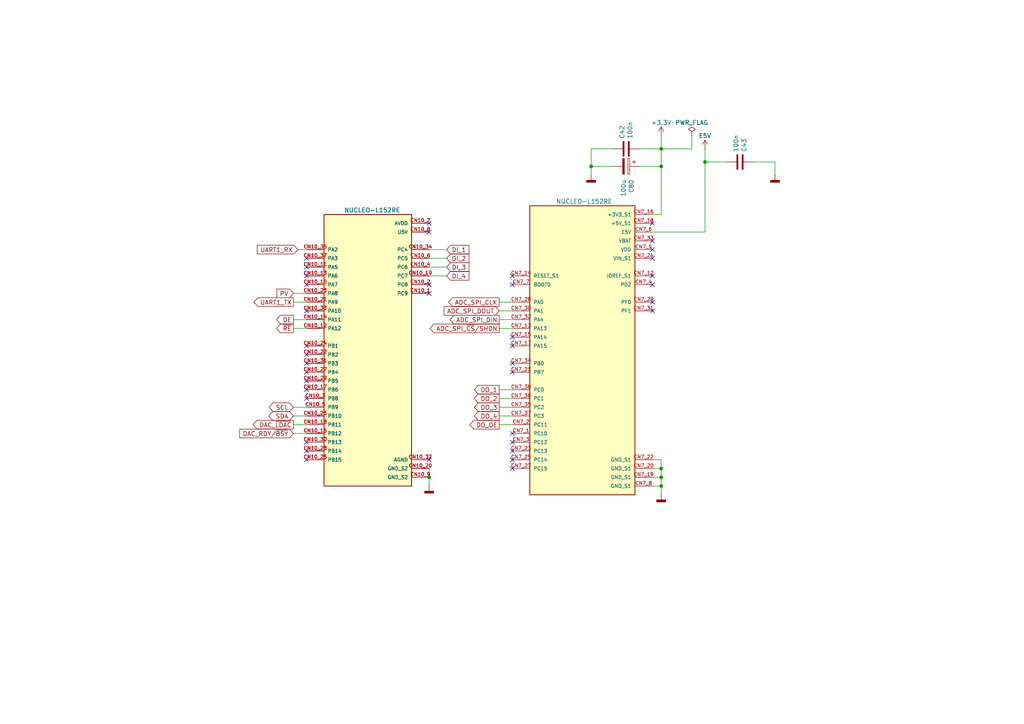
<source format=kicad_sch>
(kicad_sch
	(version 20250114)
	(generator "eeschema")
	(generator_version "9.0")
	(uuid "af288d7e-41a4-4a30-9622-f31f81bc08b5")
	(paper "A4")
	(lib_symbols
		(symbol "Device:C"
			(pin_numbers
				(hide yes)
			)
			(pin_names
				(offset 0.254)
			)
			(exclude_from_sim no)
			(in_bom yes)
			(on_board yes)
			(property "Reference" "C"
				(at 0.635 2.54 0)
				(effects
					(font
						(size 1.27 1.27)
					)
					(justify left)
				)
			)
			(property "Value" "C"
				(at 0.635 -2.54 0)
				(effects
					(font
						(size 1.27 1.27)
					)
					(justify left)
				)
			)
			(property "Footprint" ""
				(at 0.9652 -3.81 0)
				(effects
					(font
						(size 1.27 1.27)
					)
					(hide yes)
				)
			)
			(property "Datasheet" "~"
				(at 0 0 0)
				(effects
					(font
						(size 1.27 1.27)
					)
					(hide yes)
				)
			)
			(property "Description" "Unpolarized capacitor"
				(at 0 0 0)
				(effects
					(font
						(size 1.27 1.27)
					)
					(hide yes)
				)
			)
			(property "ki_keywords" "cap capacitor"
				(at 0 0 0)
				(effects
					(font
						(size 1.27 1.27)
					)
					(hide yes)
				)
			)
			(property "ki_fp_filters" "C_*"
				(at 0 0 0)
				(effects
					(font
						(size 1.27 1.27)
					)
					(hide yes)
				)
			)
			(symbol "C_0_1"
				(polyline
					(pts
						(xy -2.032 0.762) (xy 2.032 0.762)
					)
					(stroke
						(width 0.508)
						(type default)
					)
					(fill
						(type none)
					)
				)
				(polyline
					(pts
						(xy -2.032 -0.762) (xy 2.032 -0.762)
					)
					(stroke
						(width 0.508)
						(type default)
					)
					(fill
						(type none)
					)
				)
			)
			(symbol "C_1_1"
				(pin passive line
					(at 0 3.81 270)
					(length 2.794)
					(name "~"
						(effects
							(font
								(size 1.27 1.27)
							)
						)
					)
					(number "1"
						(effects
							(font
								(size 1.27 1.27)
							)
						)
					)
				)
				(pin passive line
					(at 0 -3.81 90)
					(length 2.794)
					(name "~"
						(effects
							(font
								(size 1.27 1.27)
							)
						)
					)
					(number "2"
						(effects
							(font
								(size 1.27 1.27)
							)
						)
					)
				)
			)
			(embedded_fonts no)
		)
		(symbol "Device:C_Polarized"
			(pin_numbers
				(hide yes)
			)
			(pin_names
				(offset 0.254)
			)
			(exclude_from_sim no)
			(in_bom yes)
			(on_board yes)
			(property "Reference" "C"
				(at 0.635 2.54 0)
				(effects
					(font
						(size 1.27 1.27)
					)
					(justify left)
				)
			)
			(property "Value" "C_Polarized"
				(at 0.635 -2.54 0)
				(effects
					(font
						(size 1.27 1.27)
					)
					(justify left)
				)
			)
			(property "Footprint" ""
				(at 0.9652 -3.81 0)
				(effects
					(font
						(size 1.27 1.27)
					)
					(hide yes)
				)
			)
			(property "Datasheet" "~"
				(at 0 0 0)
				(effects
					(font
						(size 1.27 1.27)
					)
					(hide yes)
				)
			)
			(property "Description" "Polarized capacitor"
				(at 0 0 0)
				(effects
					(font
						(size 1.27 1.27)
					)
					(hide yes)
				)
			)
			(property "ki_keywords" "cap capacitor"
				(at 0 0 0)
				(effects
					(font
						(size 1.27 1.27)
					)
					(hide yes)
				)
			)
			(property "ki_fp_filters" "CP_*"
				(at 0 0 0)
				(effects
					(font
						(size 1.27 1.27)
					)
					(hide yes)
				)
			)
			(symbol "C_Polarized_0_1"
				(rectangle
					(start -2.286 0.508)
					(end 2.286 1.016)
					(stroke
						(width 0)
						(type default)
					)
					(fill
						(type none)
					)
				)
				(polyline
					(pts
						(xy -1.778 2.286) (xy -0.762 2.286)
					)
					(stroke
						(width 0)
						(type default)
					)
					(fill
						(type none)
					)
				)
				(polyline
					(pts
						(xy -1.27 2.794) (xy -1.27 1.778)
					)
					(stroke
						(width 0)
						(type default)
					)
					(fill
						(type none)
					)
				)
				(rectangle
					(start 2.286 -0.508)
					(end -2.286 -1.016)
					(stroke
						(width 0)
						(type default)
					)
					(fill
						(type outline)
					)
				)
			)
			(symbol "C_Polarized_1_1"
				(pin passive line
					(at 0 3.81 270)
					(length 2.794)
					(name "~"
						(effects
							(font
								(size 1.27 1.27)
							)
						)
					)
					(number "1"
						(effects
							(font
								(size 1.27 1.27)
							)
						)
					)
				)
				(pin passive line
					(at 0 -3.81 90)
					(length 2.794)
					(name "~"
						(effects
							(font
								(size 1.27 1.27)
							)
						)
					)
					(number "2"
						(effects
							(font
								(size 1.27 1.27)
							)
						)
					)
				)
			)
			(embedded_fonts no)
		)
		(symbol "NUCLEO-L152RE_1"
			(pin_names
				(offset 1.016)
			)
			(exclude_from_sim no)
			(in_bom yes)
			(on_board yes)
			(property "Reference" "U28"
				(at 0 41.91 0)
				(effects
					(font
						(size 1.27 1.27)
					)
					(hide yes)
				)
			)
			(property "Value" "NUCLEO-L152RE"
				(at 1.27 39.37 0)
				(effects
					(font
						(size 1.27 1.27)
					)
				)
			)
			(property "Footprint" "NUCLEO-F303RE:ST_NUCLEO-F303RE"
				(at 0 0 0)
				(effects
					(font
						(size 1.27 1.27)
					)
					(justify bottom)
					(hide yes)
				)
			)
			(property "Datasheet" ""
				(at 0 0 0)
				(effects
					(font
						(size 1.27 1.27)
					)
					(hide yes)
				)
			)
			(property "Description" ""
				(at 0 0 0)
				(effects
					(font
						(size 1.27 1.27)
					)
					(hide yes)
				)
			)
			(property "MF" "STMicroelectronics"
				(at 0 0 0)
				(effects
					(font
						(size 1.27 1.27)
					)
					(justify bottom)
					(hide yes)
				)
			)
			(property "MAXIMUM_PACKAGE_HEIGHT" "N/A"
				(at 0 0 0)
				(effects
					(font
						(size 1.27 1.27)
					)
					(justify bottom)
					(hide yes)
				)
			)
			(property "Package" "None"
				(at 0 0 0)
				(effects
					(font
						(size 1.27 1.27)
					)
					(justify bottom)
					(hide yes)
				)
			)
			(property "Price" "None"
				(at 0 0 0)
				(effects
					(font
						(size 1.27 1.27)
					)
					(justify bottom)
					(hide yes)
				)
			)
			(property "Check_prices" "https://www.snapeda.com/parts/NUCLEO-F303RE/STMicroelectronics/view-part/?ref=eda"
				(at 0 0 0)
				(effects
					(font
						(size 1.27 1.27)
					)
					(justify bottom)
					(hide yes)
				)
			)
			(property "STANDARD" "Manufacturer recommendations"
				(at 0 0 0)
				(effects
					(font
						(size 1.27 1.27)
					)
					(justify bottom)
					(hide yes)
				)
			)
			(property "PARTREV" "14"
				(at 0 0 0)
				(effects
					(font
						(size 1.27 1.27)
					)
					(justify bottom)
					(hide yes)
				)
			)
			(property "SnapEDA_Link" "https://www.snapeda.com/parts/NUCLEO-F303RE/STMicroelectronics/view-part/?ref=snap"
				(at 0 0 0)
				(effects
					(font
						(size 1.27 1.27)
					)
					(justify bottom)
					(hide yes)
				)
			)
			(property "MP" "NUCLEO-F303RE"
				(at 0 0 0)
				(effects
					(font
						(size 1.27 1.27)
					)
					(justify bottom)
					(hide yes)
				)
			)
			(property "Purchase-URL" "https://www.snapeda.com/api/url_track_click_mouser/?unipart_id=246753&manufacturer=STMicroelectronics&part_name=NUCLEO-F303RE&search_term=nucleo-64"
				(at 0 0 0)
				(effects
					(font
						(size 1.27 1.27)
					)
					(justify bottom)
					(hide yes)
				)
			)
			(property "Description_1" "STM32F303RE, mbed-Enabled Development Nucleo-64 STM32F3 ARM® Cortex®-M4 MCU 32-Bit Embedded Evaluation Board"
				(at 0 0 0)
				(effects
					(font
						(size 1.27 1.27)
					)
					(justify bottom)
					(hide yes)
				)
			)
			(property "Availability" "In Stock"
				(at 0 0 0)
				(effects
					(font
						(size 1.27 1.27)
					)
					(justify bottom)
					(hide yes)
				)
			)
			(property "MANUFACTURER" "STMicroelectronics"
				(at 0 0 0)
				(effects
					(font
						(size 1.27 1.27)
					)
					(justify bottom)
					(hide yes)
				)
			)
			(symbol "NUCLEO-L152RE_1_1_0"
				(rectangle
					(start -15.24 -43.18)
					(end 15.24 40.64)
					(stroke
						(width 0.254)
						(type default)
					)
					(fill
						(type background)
					)
				)
				(pin bidirectional line
					(at -20.32 20.32 0)
					(length 5.08)
					(name "RESET_S1"
						(effects
							(font
								(size 1.016 1.016)
							)
						)
					)
					(number "CN7_14"
						(effects
							(font
								(size 1.016 1.016)
							)
						)
					)
				)
				(pin bidirectional line
					(at -20.32 17.78 0)
					(length 5.08)
					(name "BOOT0"
						(effects
							(font
								(size 1.016 1.016)
							)
						)
					)
					(number "CN7_7"
						(effects
							(font
								(size 1.016 1.016)
							)
						)
					)
				)
				(pin bidirectional line
					(at -20.32 12.7 0)
					(length 5.08)
					(name "PA0"
						(effects
							(font
								(size 1.016 1.016)
							)
						)
					)
					(number "CN7_28"
						(effects
							(font
								(size 1.016 1.016)
							)
						)
					)
				)
				(pin bidirectional line
					(at -20.32 10.16 0)
					(length 5.08)
					(name "PA1"
						(effects
							(font
								(size 1.016 1.016)
							)
						)
					)
					(number "CN7_30"
						(effects
							(font
								(size 1.016 1.016)
							)
						)
					)
				)
				(pin bidirectional line
					(at -20.32 7.62 0)
					(length 5.08)
					(name "PA4"
						(effects
							(font
								(size 1.016 1.016)
							)
						)
					)
					(number "CN7_32"
						(effects
							(font
								(size 1.016 1.016)
							)
						)
					)
				)
				(pin bidirectional line
					(at -20.32 5.08 0)
					(length 5.08)
					(name "PA13"
						(effects
							(font
								(size 1.016 1.016)
							)
						)
					)
					(number "CN7_13"
						(effects
							(font
								(size 1.016 1.016)
							)
						)
					)
				)
				(pin bidirectional line
					(at -20.32 2.54 0)
					(length 5.08)
					(name "PA14"
						(effects
							(font
								(size 1.016 1.016)
							)
						)
					)
					(number "CN7_15"
						(effects
							(font
								(size 1.016 1.016)
							)
						)
					)
				)
				(pin bidirectional line
					(at -20.32 0 0)
					(length 5.08)
					(name "PA15"
						(effects
							(font
								(size 1.016 1.016)
							)
						)
					)
					(number "CN7_17"
						(effects
							(font
								(size 1.016 1.016)
							)
						)
					)
				)
				(pin bidirectional line
					(at -20.32 -5.08 0)
					(length 5.08)
					(name "PB0"
						(effects
							(font
								(size 1.016 1.016)
							)
						)
					)
					(number "CN7_34"
						(effects
							(font
								(size 1.016 1.016)
							)
						)
					)
				)
				(pin bidirectional line
					(at -20.32 -7.62 0)
					(length 5.08)
					(name "PB7"
						(effects
							(font
								(size 1.016 1.016)
							)
						)
					)
					(number "CN7_21"
						(effects
							(font
								(size 1.016 1.016)
							)
						)
					)
				)
				(pin bidirectional line
					(at -20.32 -12.7 0)
					(length 5.08)
					(name "PC0"
						(effects
							(font
								(size 1.016 1.016)
							)
						)
					)
					(number "CN7_38"
						(effects
							(font
								(size 1.016 1.016)
							)
						)
					)
				)
				(pin bidirectional line
					(at -20.32 -15.24 0)
					(length 5.08)
					(name "PC1"
						(effects
							(font
								(size 1.016 1.016)
							)
						)
					)
					(number "CN7_36"
						(effects
							(font
								(size 1.016 1.016)
							)
						)
					)
				)
				(pin bidirectional line
					(at -20.32 -17.78 0)
					(length 5.08)
					(name "PC2"
						(effects
							(font
								(size 1.016 1.016)
							)
						)
					)
					(number "CN7_35"
						(effects
							(font
								(size 1.016 1.016)
							)
						)
					)
				)
				(pin bidirectional line
					(at -20.32 -20.32 0)
					(length 5.08)
					(name "PC3"
						(effects
							(font
								(size 1.016 1.016)
							)
						)
					)
					(number "CN7_37"
						(effects
							(font
								(size 1.016 1.016)
							)
						)
					)
				)
				(pin bidirectional line
					(at -20.32 -22.86 0)
					(length 5.08)
					(name "PC11"
						(effects
							(font
								(size 1.016 1.016)
							)
						)
					)
					(number "CN7_2"
						(effects
							(font
								(size 1.016 1.016)
							)
						)
					)
				)
				(pin bidirectional line
					(at -20.32 -25.4 0)
					(length 5.08)
					(name "PC10"
						(effects
							(font
								(size 1.016 1.016)
							)
						)
					)
					(number "CN7_1"
						(effects
							(font
								(size 1.016 1.016)
							)
						)
					)
				)
				(pin bidirectional line
					(at -20.32 -27.94 0)
					(length 5.08)
					(name "PC12"
						(effects
							(font
								(size 1.016 1.016)
							)
						)
					)
					(number "CN7_3"
						(effects
							(font
								(size 1.016 1.016)
							)
						)
					)
				)
				(pin bidirectional line
					(at -20.32 -30.48 0)
					(length 5.08)
					(name "PC13"
						(effects
							(font
								(size 1.016 1.016)
							)
						)
					)
					(number "CN7_23"
						(effects
							(font
								(size 1.016 1.016)
							)
						)
					)
				)
				(pin bidirectional line
					(at -20.32 -33.02 0)
					(length 5.08)
					(name "PC14"
						(effects
							(font
								(size 1.016 1.016)
							)
						)
					)
					(number "CN7_25"
						(effects
							(font
								(size 1.016 1.016)
							)
						)
					)
				)
				(pin bidirectional line
					(at -20.32 -35.56 0)
					(length 5.08)
					(name "PC15"
						(effects
							(font
								(size 1.016 1.016)
							)
						)
					)
					(number "CN7_27"
						(effects
							(font
								(size 1.016 1.016)
							)
						)
					)
				)
				(pin power_in line
					(at 20.32 38.1 180)
					(length 5.08)
					(name "+3V3_S1"
						(effects
							(font
								(size 1.016 1.016)
							)
						)
					)
					(number "CN7_16"
						(effects
							(font
								(size 1.016 1.016)
							)
						)
					)
				)
				(pin power_in line
					(at 20.32 35.56 180)
					(length 5.08)
					(name "+5V_S1"
						(effects
							(font
								(size 1.016 1.016)
							)
						)
					)
					(number "CN7_18"
						(effects
							(font
								(size 1.016 1.016)
							)
						)
					)
				)
				(pin power_in line
					(at 20.32 33.02 180)
					(length 5.08)
					(name "E5V"
						(effects
							(font
								(size 1.016 1.016)
							)
						)
					)
					(number "CN7_6"
						(effects
							(font
								(size 1.016 1.016)
							)
						)
					)
				)
				(pin power_in line
					(at 20.32 30.48 180)
					(length 5.08)
					(name "VBAT"
						(effects
							(font
								(size 1.016 1.016)
							)
						)
					)
					(number "CN7_33"
						(effects
							(font
								(size 1.016 1.016)
							)
						)
					)
				)
				(pin power_in line
					(at 20.32 27.94 180)
					(length 5.08)
					(name "VDD"
						(effects
							(font
								(size 1.016 1.016)
							)
						)
					)
					(number "CN7_5"
						(effects
							(font
								(size 1.016 1.016)
							)
						)
					)
				)
				(pin power_in line
					(at 20.32 25.4 180)
					(length 5.08)
					(name "VIN_S1"
						(effects
							(font
								(size 1.016 1.016)
							)
						)
					)
					(number "CN7_24"
						(effects
							(font
								(size 1.016 1.016)
							)
						)
					)
				)
				(pin bidirectional line
					(at 20.32 20.32 180)
					(length 5.08)
					(name "IOREF_S1"
						(effects
							(font
								(size 1.016 1.016)
							)
						)
					)
					(number "CN7_12"
						(effects
							(font
								(size 1.016 1.016)
							)
						)
					)
				)
				(pin bidirectional line
					(at 20.32 17.78 180)
					(length 5.08)
					(name "PD2"
						(effects
							(font
								(size 1.016 1.016)
							)
						)
					)
					(number "CN7_4"
						(effects
							(font
								(size 1.016 1.016)
							)
						)
					)
				)
				(pin bidirectional line
					(at 20.32 12.7 180)
					(length 5.08)
					(name "PF0"
						(effects
							(font
								(size 1.016 1.016)
							)
						)
					)
					(number "CN7_29"
						(effects
							(font
								(size 1.016 1.016)
							)
						)
					)
				)
				(pin bidirectional line
					(at 20.32 10.16 180)
					(length 5.08)
					(name "PF1"
						(effects
							(font
								(size 1.016 1.016)
							)
						)
					)
					(number "CN7_31"
						(effects
							(font
								(size 1.016 1.016)
							)
						)
					)
				)
				(pin passive line
					(at 20.32 -33.02 180)
					(length 5.08)
					(name "GND_S1"
						(effects
							(font
								(size 1.016 1.016)
							)
						)
					)
					(number "CN7_22"
						(effects
							(font
								(size 1.016 1.016)
							)
						)
					)
				)
				(pin passive line
					(at 20.32 -35.56 180)
					(length 5.08)
					(name "GND_S1"
						(effects
							(font
								(size 1.016 1.016)
							)
						)
					)
					(number "CN7_20"
						(effects
							(font
								(size 1.016 1.016)
							)
						)
					)
				)
				(pin passive line
					(at 20.32 -38.1 180)
					(length 5.08)
					(name "GND_S1"
						(effects
							(font
								(size 1.016 1.016)
							)
						)
					)
					(number "CN7_19"
						(effects
							(font
								(size 1.016 1.016)
							)
						)
					)
				)
				(pin passive line
					(at 20.32 -40.64 180)
					(length 5.08)
					(name "GND_S1"
						(effects
							(font
								(size 1.016 1.016)
							)
						)
					)
					(number "CN7_8"
						(effects
							(font
								(size 1.016 1.016)
							)
						)
					)
				)
			)
			(symbol "NUCLEO-L152RE_1_2_0"
				(rectangle
					(start -12.7 -40.64)
					(end 12.7 38.1)
					(stroke
						(width 0.254)
						(type default)
					)
					(fill
						(type background)
					)
				)
				(pin bidirectional line
					(at -17.78 27.94 0)
					(length 5.08)
					(name "PA2"
						(effects
							(font
								(size 1.016 1.016)
							)
						)
					)
					(number "CN10_35"
						(effects
							(font
								(size 1.016 1.016)
							)
						)
					)
				)
				(pin bidirectional line
					(at -17.78 25.4 0)
					(length 5.08)
					(name "PA3"
						(effects
							(font
								(size 1.016 1.016)
							)
						)
					)
					(number "CN10_37"
						(effects
							(font
								(size 1.016 1.016)
							)
						)
					)
				)
				(pin bidirectional line
					(at -17.78 22.86 0)
					(length 5.08)
					(name "PA5"
						(effects
							(font
								(size 1.016 1.016)
							)
						)
					)
					(number "CN10_11"
						(effects
							(font
								(size 1.016 1.016)
							)
						)
					)
				)
				(pin bidirectional line
					(at -17.78 20.32 0)
					(length 5.08)
					(name "PA6"
						(effects
							(font
								(size 1.016 1.016)
							)
						)
					)
					(number "CN10_13"
						(effects
							(font
								(size 1.016 1.016)
							)
						)
					)
				)
				(pin bidirectional line
					(at -17.78 17.78 0)
					(length 5.08)
					(name "PA7"
						(effects
							(font
								(size 1.016 1.016)
							)
						)
					)
					(number "CN10_15"
						(effects
							(font
								(size 1.016 1.016)
							)
						)
					)
				)
				(pin bidirectional line
					(at -17.78 15.24 0)
					(length 5.08)
					(name "PA8"
						(effects
							(font
								(size 1.016 1.016)
							)
						)
					)
					(number "CN10_23"
						(effects
							(font
								(size 1.016 1.016)
							)
						)
					)
				)
				(pin bidirectional line
					(at -17.78 12.7 0)
					(length 5.08)
					(name "PA9"
						(effects
							(font
								(size 1.016 1.016)
							)
						)
					)
					(number "CN10_21"
						(effects
							(font
								(size 1.016 1.016)
							)
						)
					)
				)
				(pin bidirectional line
					(at -17.78 10.16 0)
					(length 5.08)
					(name "PA10"
						(effects
							(font
								(size 1.016 1.016)
							)
						)
					)
					(number "CN10_33"
						(effects
							(font
								(size 1.016 1.016)
							)
						)
					)
				)
				(pin bidirectional line
					(at -17.78 7.62 0)
					(length 5.08)
					(name "PA11"
						(effects
							(font
								(size 1.016 1.016)
							)
						)
					)
					(number "CN10_14"
						(effects
							(font
								(size 1.016 1.016)
							)
						)
					)
				)
				(pin bidirectional line
					(at -17.78 5.08 0)
					(length 5.08)
					(name "PA12"
						(effects
							(font
								(size 1.016 1.016)
							)
						)
					)
					(number "CN10_12"
						(effects
							(font
								(size 1.016 1.016)
							)
						)
					)
				)
				(pin bidirectional line
					(at -17.78 0 0)
					(length 5.08)
					(name "PB1"
						(effects
							(font
								(size 1.016 1.016)
							)
						)
					)
					(number "CN10_24"
						(effects
							(font
								(size 1.016 1.016)
							)
						)
					)
				)
				(pin bidirectional line
					(at -17.78 -2.54 0)
					(length 5.08)
					(name "PB2"
						(effects
							(font
								(size 1.016 1.016)
							)
						)
					)
					(number "CN10_22"
						(effects
							(font
								(size 1.016 1.016)
							)
						)
					)
				)
				(pin bidirectional line
					(at -17.78 -5.08 0)
					(length 5.08)
					(name "PB3"
						(effects
							(font
								(size 1.016 1.016)
							)
						)
					)
					(number "CN10_31"
						(effects
							(font
								(size 1.016 1.016)
							)
						)
					)
				)
				(pin bidirectional line
					(at -17.78 -7.62 0)
					(length 5.08)
					(name "PB4"
						(effects
							(font
								(size 1.016 1.016)
							)
						)
					)
					(number "CN10_27"
						(effects
							(font
								(size 1.016 1.016)
							)
						)
					)
				)
				(pin bidirectional line
					(at -17.78 -10.16 0)
					(length 5.08)
					(name "PB5"
						(effects
							(font
								(size 1.016 1.016)
							)
						)
					)
					(number "CN10_29"
						(effects
							(font
								(size 1.016 1.016)
							)
						)
					)
				)
				(pin bidirectional line
					(at -17.78 -12.7 0)
					(length 5.08)
					(name "PB6"
						(effects
							(font
								(size 1.016 1.016)
							)
						)
					)
					(number "CN10_17"
						(effects
							(font
								(size 1.016 1.016)
							)
						)
					)
				)
				(pin bidirectional line
					(at -17.78 -15.24 0)
					(length 5.08)
					(name "PB8"
						(effects
							(font
								(size 1.016 1.016)
							)
						)
					)
					(number "CN10_3"
						(effects
							(font
								(size 1.016 1.016)
							)
						)
					)
				)
				(pin bidirectional line
					(at -17.78 -17.78 0)
					(length 5.08)
					(name "PB9"
						(effects
							(font
								(size 1.016 1.016)
							)
						)
					)
					(number "CN10_5"
						(effects
							(font
								(size 1.016 1.016)
							)
						)
					)
				)
				(pin bidirectional line
					(at -17.78 -20.32 0)
					(length 5.08)
					(name "PB10"
						(effects
							(font
								(size 1.016 1.016)
							)
						)
					)
					(number "CN10_25"
						(effects
							(font
								(size 1.016 1.016)
							)
						)
					)
				)
				(pin bidirectional line
					(at -17.78 -22.86 0)
					(length 5.08)
					(name "PB11"
						(effects
							(font
								(size 1.016 1.016)
							)
						)
					)
					(number "CN10_18"
						(effects
							(font
								(size 1.016 1.016)
							)
						)
					)
				)
				(pin bidirectional line
					(at -17.78 -25.4 0)
					(length 5.08)
					(name "PB12"
						(effects
							(font
								(size 1.016 1.016)
							)
						)
					)
					(number "CN10_16"
						(effects
							(font
								(size 1.016 1.016)
							)
						)
					)
				)
				(pin bidirectional line
					(at -17.78 -27.94 0)
					(length 5.08)
					(name "PB13"
						(effects
							(font
								(size 1.016 1.016)
							)
						)
					)
					(number "CN10_30"
						(effects
							(font
								(size 1.016 1.016)
							)
						)
					)
				)
				(pin bidirectional line
					(at -17.78 -30.48 0)
					(length 5.08)
					(name "PB14"
						(effects
							(font
								(size 1.016 1.016)
							)
						)
					)
					(number "CN10_28"
						(effects
							(font
								(size 1.016 1.016)
							)
						)
					)
				)
				(pin bidirectional line
					(at -17.78 -33.02 0)
					(length 5.08)
					(name "PB15"
						(effects
							(font
								(size 1.016 1.016)
							)
						)
					)
					(number "CN10_26"
						(effects
							(font
								(size 1.016 1.016)
							)
						)
					)
				)
				(pin power_in line
					(at 17.78 35.56 180)
					(length 5.08)
					(name "AVDD"
						(effects
							(font
								(size 1.016 1.016)
							)
						)
					)
					(number "CN10_7"
						(effects
							(font
								(size 1.016 1.016)
							)
						)
					)
				)
				(pin power_in line
					(at 17.78 33.02 180)
					(length 5.08)
					(name "U5V"
						(effects
							(font
								(size 1.016 1.016)
							)
						)
					)
					(number "CN10_8"
						(effects
							(font
								(size 1.016 1.016)
							)
						)
					)
				)
				(pin bidirectional line
					(at 17.78 27.94 180)
					(length 5.08)
					(name "PC4"
						(effects
							(font
								(size 1.016 1.016)
							)
						)
					)
					(number "CN10_34"
						(effects
							(font
								(size 1.016 1.016)
							)
						)
					)
				)
				(pin bidirectional line
					(at 17.78 25.4 180)
					(length 5.08)
					(name "PC5"
						(effects
							(font
								(size 1.016 1.016)
							)
						)
					)
					(number "CN10_6"
						(effects
							(font
								(size 1.016 1.016)
							)
						)
					)
				)
				(pin bidirectional line
					(at 17.78 22.86 180)
					(length 5.08)
					(name "PC6"
						(effects
							(font
								(size 1.016 1.016)
							)
						)
					)
					(number "CN10_4"
						(effects
							(font
								(size 1.016 1.016)
							)
						)
					)
				)
				(pin bidirectional line
					(at 17.78 20.32 180)
					(length 5.08)
					(name "PC7"
						(effects
							(font
								(size 1.016 1.016)
							)
						)
					)
					(number "CN10_19"
						(effects
							(font
								(size 1.016 1.016)
							)
						)
					)
				)
				(pin bidirectional line
					(at 17.78 17.78 180)
					(length 5.08)
					(name "PC8"
						(effects
							(font
								(size 1.016 1.016)
							)
						)
					)
					(number "CN10_2"
						(effects
							(font
								(size 1.016 1.016)
							)
						)
					)
				)
				(pin bidirectional line
					(at 17.78 15.24 180)
					(length 5.08)
					(name "PC9"
						(effects
							(font
								(size 1.016 1.016)
							)
						)
					)
					(number "CN10_1"
						(effects
							(font
								(size 1.016 1.016)
							)
						)
					)
				)
				(pin passive line
					(at 17.78 -33.02 180)
					(length 5.08)
					(name "AGND"
						(effects
							(font
								(size 1.016 1.016)
							)
						)
					)
					(number "CN10_32"
						(effects
							(font
								(size 1.016 1.016)
							)
						)
					)
				)
				(pin passive line
					(at 17.78 -35.56 180)
					(length 5.08)
					(name "GND_S2"
						(effects
							(font
								(size 1.016 1.016)
							)
						)
					)
					(number "CN10_20"
						(effects
							(font
								(size 1.016 1.016)
							)
						)
					)
				)
				(pin passive line
					(at 17.78 -38.1 180)
					(length 5.08)
					(name "GND_S2"
						(effects
							(font
								(size 1.016 1.016)
							)
						)
					)
					(number "CN10_9"
						(effects
							(font
								(size 1.016 1.016)
							)
						)
					)
				)
			)
			(embedded_fonts no)
		)
		(symbol "power:+3.3V"
			(power)
			(pin_numbers
				(hide yes)
			)
			(pin_names
				(offset 0)
				(hide yes)
			)
			(exclude_from_sim no)
			(in_bom yes)
			(on_board yes)
			(property "Reference" "#PWR"
				(at 0 -3.81 0)
				(effects
					(font
						(size 1.27 1.27)
					)
					(hide yes)
				)
			)
			(property "Value" "+3.3V"
				(at 0 3.556 0)
				(effects
					(font
						(size 1.27 1.27)
					)
				)
			)
			(property "Footprint" ""
				(at 0 0 0)
				(effects
					(font
						(size 1.27 1.27)
					)
					(hide yes)
				)
			)
			(property "Datasheet" ""
				(at 0 0 0)
				(effects
					(font
						(size 1.27 1.27)
					)
					(hide yes)
				)
			)
			(property "Description" "Power symbol creates a global label with name \"+3.3V\""
				(at 0 0 0)
				(effects
					(font
						(size 1.27 1.27)
					)
					(hide yes)
				)
			)
			(property "ki_keywords" "global power"
				(at 0 0 0)
				(effects
					(font
						(size 1.27 1.27)
					)
					(hide yes)
				)
			)
			(symbol "+3.3V_0_1"
				(polyline
					(pts
						(xy -0.762 1.27) (xy 0 2.54)
					)
					(stroke
						(width 0)
						(type default)
					)
					(fill
						(type none)
					)
				)
				(polyline
					(pts
						(xy 0 2.54) (xy 0.762 1.27)
					)
					(stroke
						(width 0)
						(type default)
					)
					(fill
						(type none)
					)
				)
				(polyline
					(pts
						(xy 0 0) (xy 0 2.54)
					)
					(stroke
						(width 0)
						(type default)
					)
					(fill
						(type none)
					)
				)
			)
			(symbol "+3.3V_1_1"
				(pin power_in line
					(at 0 0 90)
					(length 0)
					(name "~"
						(effects
							(font
								(size 1.27 1.27)
							)
						)
					)
					(number "1"
						(effects
							(font
								(size 1.27 1.27)
							)
						)
					)
				)
			)
			(embedded_fonts no)
		)
		(symbol "power:GNDD"
			(power)
			(pin_numbers
				(hide yes)
			)
			(pin_names
				(offset 0)
				(hide yes)
			)
			(exclude_from_sim no)
			(in_bom yes)
			(on_board yes)
			(property "Reference" "#PWR"
				(at 0 -6.35 0)
				(effects
					(font
						(size 1.27 1.27)
					)
					(hide yes)
				)
			)
			(property "Value" "GNDD"
				(at 0 -3.175 0)
				(effects
					(font
						(size 1.27 1.27)
					)
				)
			)
			(property "Footprint" ""
				(at 0 0 0)
				(effects
					(font
						(size 1.27 1.27)
					)
					(hide yes)
				)
			)
			(property "Datasheet" ""
				(at 0 0 0)
				(effects
					(font
						(size 1.27 1.27)
					)
					(hide yes)
				)
			)
			(property "Description" "Power symbol creates a global label with name \"GNDD\" , digital ground"
				(at 0 0 0)
				(effects
					(font
						(size 1.27 1.27)
					)
					(hide yes)
				)
			)
			(property "ki_keywords" "global power"
				(at 0 0 0)
				(effects
					(font
						(size 1.27 1.27)
					)
					(hide yes)
				)
			)
			(symbol "GNDD_0_1"
				(rectangle
					(start -1.27 -1.524)
					(end 1.27 -2.032)
					(stroke
						(width 0.254)
						(type default)
					)
					(fill
						(type outline)
					)
				)
				(polyline
					(pts
						(xy 0 0) (xy 0 -1.524)
					)
					(stroke
						(width 0)
						(type default)
					)
					(fill
						(type none)
					)
				)
			)
			(symbol "GNDD_1_1"
				(pin power_in line
					(at 0 0 270)
					(length 0)
					(name "~"
						(effects
							(font
								(size 1.27 1.27)
							)
						)
					)
					(number "1"
						(effects
							(font
								(size 1.27 1.27)
							)
						)
					)
				)
			)
			(embedded_fonts no)
		)
		(symbol "power:PWR_FLAG"
			(power)
			(pin_numbers
				(hide yes)
			)
			(pin_names
				(offset 0)
				(hide yes)
			)
			(exclude_from_sim no)
			(in_bom yes)
			(on_board yes)
			(property "Reference" "#FLG"
				(at 0 1.905 0)
				(effects
					(font
						(size 1.27 1.27)
					)
					(hide yes)
				)
			)
			(property "Value" "PWR_FLAG"
				(at 0 3.81 0)
				(effects
					(font
						(size 1.27 1.27)
					)
				)
			)
			(property "Footprint" ""
				(at 0 0 0)
				(effects
					(font
						(size 1.27 1.27)
					)
					(hide yes)
				)
			)
			(property "Datasheet" "~"
				(at 0 0 0)
				(effects
					(font
						(size 1.27 1.27)
					)
					(hide yes)
				)
			)
			(property "Description" "Special symbol for telling ERC where power comes from"
				(at 0 0 0)
				(effects
					(font
						(size 1.27 1.27)
					)
					(hide yes)
				)
			)
			(property "ki_keywords" "flag power"
				(at 0 0 0)
				(effects
					(font
						(size 1.27 1.27)
					)
					(hide yes)
				)
			)
			(symbol "PWR_FLAG_0_0"
				(pin power_out line
					(at 0 0 90)
					(length 0)
					(name "~"
						(effects
							(font
								(size 1.27 1.27)
							)
						)
					)
					(number "1"
						(effects
							(font
								(size 1.27 1.27)
							)
						)
					)
				)
			)
			(symbol "PWR_FLAG_0_1"
				(polyline
					(pts
						(xy 0 0) (xy 0 1.27) (xy -1.016 1.905) (xy 0 2.54) (xy 1.016 1.905) (xy 0 1.27)
					)
					(stroke
						(width 0)
						(type default)
					)
					(fill
						(type none)
					)
				)
			)
			(embedded_fonts no)
		)
		(symbol "project:NUCLEO-L152RE"
			(pin_names
				(offset 1.016)
			)
			(exclude_from_sim no)
			(in_bom yes)
			(on_board yes)
			(property "Reference" "U28"
				(at 0 41.91 0)
				(effects
					(font
						(size 1.27 1.27)
					)
					(hide yes)
				)
			)
			(property "Value" "NUCLEO-L152RE"
				(at 1.27 39.37 0)
				(effects
					(font
						(size 1.27 1.27)
					)
				)
			)
			(property "Footprint" "NUCLEO-F303RE:ST_NUCLEO-F303RE"
				(at 0 0 0)
				(effects
					(font
						(size 1.27 1.27)
					)
					(justify bottom)
					(hide yes)
				)
			)
			(property "Datasheet" ""
				(at 0 0 0)
				(effects
					(font
						(size 1.27 1.27)
					)
					(hide yes)
				)
			)
			(property "Description" ""
				(at 0 0 0)
				(effects
					(font
						(size 1.27 1.27)
					)
					(hide yes)
				)
			)
			(property "MF" "STMicroelectronics"
				(at 0 0 0)
				(effects
					(font
						(size 1.27 1.27)
					)
					(justify bottom)
					(hide yes)
				)
			)
			(property "MAXIMUM_PACKAGE_HEIGHT" "N/A"
				(at 0 0 0)
				(effects
					(font
						(size 1.27 1.27)
					)
					(justify bottom)
					(hide yes)
				)
			)
			(property "Package" "None"
				(at 0 0 0)
				(effects
					(font
						(size 1.27 1.27)
					)
					(justify bottom)
					(hide yes)
				)
			)
			(property "Price" "None"
				(at 0 0 0)
				(effects
					(font
						(size 1.27 1.27)
					)
					(justify bottom)
					(hide yes)
				)
			)
			(property "Check_prices" "https://www.snapeda.com/parts/NUCLEO-F303RE/STMicroelectronics/view-part/?ref=eda"
				(at 0 0 0)
				(effects
					(font
						(size 1.27 1.27)
					)
					(justify bottom)
					(hide yes)
				)
			)
			(property "STANDARD" "Manufacturer recommendations"
				(at 0 0 0)
				(effects
					(font
						(size 1.27 1.27)
					)
					(justify bottom)
					(hide yes)
				)
			)
			(property "PARTREV" "14"
				(at 0 0 0)
				(effects
					(font
						(size 1.27 1.27)
					)
					(justify bottom)
					(hide yes)
				)
			)
			(property "SnapEDA_Link" "https://www.snapeda.com/parts/NUCLEO-F303RE/STMicroelectronics/view-part/?ref=snap"
				(at 0 0 0)
				(effects
					(font
						(size 1.27 1.27)
					)
					(justify bottom)
					(hide yes)
				)
			)
			(property "MP" "NUCLEO-F303RE"
				(at 0 0 0)
				(effects
					(font
						(size 1.27 1.27)
					)
					(justify bottom)
					(hide yes)
				)
			)
			(property "Purchase-URL" "https://www.snapeda.com/api/url_track_click_mouser/?unipart_id=246753&manufacturer=STMicroelectronics&part_name=NUCLEO-F303RE&search_term=nucleo-64"
				(at 0 0 0)
				(effects
					(font
						(size 1.27 1.27)
					)
					(justify bottom)
					(hide yes)
				)
			)
			(property "Description_1" "STM32F303RE, mbed-Enabled Development Nucleo-64 STM32F3 ARM® Cortex®-M4 MCU 32-Bit Embedded Evaluation Board"
				(at 0 0 0)
				(effects
					(font
						(size 1.27 1.27)
					)
					(justify bottom)
					(hide yes)
				)
			)
			(property "Availability" "In Stock"
				(at 0 0 0)
				(effects
					(font
						(size 1.27 1.27)
					)
					(justify bottom)
					(hide yes)
				)
			)
			(property "MANUFACTURER" "STMicroelectronics"
				(at 0 0 0)
				(effects
					(font
						(size 1.27 1.27)
					)
					(justify bottom)
					(hide yes)
				)
			)
			(symbol "NUCLEO-L152RE_1_0"
				(rectangle
					(start -15.24 -43.18)
					(end 15.24 40.64)
					(stroke
						(width 0.254)
						(type default)
					)
					(fill
						(type background)
					)
				)
				(pin bidirectional line
					(at -20.32 20.32 0)
					(length 5.08)
					(name "RESET_S1"
						(effects
							(font
								(size 1.016 1.016)
							)
						)
					)
					(number "CN7_14"
						(effects
							(font
								(size 1.016 1.016)
							)
						)
					)
				)
				(pin bidirectional line
					(at -20.32 17.78 0)
					(length 5.08)
					(name "BOOT0"
						(effects
							(font
								(size 1.016 1.016)
							)
						)
					)
					(number "CN7_7"
						(effects
							(font
								(size 1.016 1.016)
							)
						)
					)
				)
				(pin bidirectional line
					(at -20.32 12.7 0)
					(length 5.08)
					(name "PA0"
						(effects
							(font
								(size 1.016 1.016)
							)
						)
					)
					(number "CN7_28"
						(effects
							(font
								(size 1.016 1.016)
							)
						)
					)
				)
				(pin bidirectional line
					(at -20.32 10.16 0)
					(length 5.08)
					(name "PA1"
						(effects
							(font
								(size 1.016 1.016)
							)
						)
					)
					(number "CN7_30"
						(effects
							(font
								(size 1.016 1.016)
							)
						)
					)
				)
				(pin bidirectional line
					(at -20.32 7.62 0)
					(length 5.08)
					(name "PA4"
						(effects
							(font
								(size 1.016 1.016)
							)
						)
					)
					(number "CN7_32"
						(effects
							(font
								(size 1.016 1.016)
							)
						)
					)
				)
				(pin bidirectional line
					(at -20.32 5.08 0)
					(length 5.08)
					(name "PA13"
						(effects
							(font
								(size 1.016 1.016)
							)
						)
					)
					(number "CN7_13"
						(effects
							(font
								(size 1.016 1.016)
							)
						)
					)
				)
				(pin bidirectional line
					(at -20.32 2.54 0)
					(length 5.08)
					(name "PA14"
						(effects
							(font
								(size 1.016 1.016)
							)
						)
					)
					(number "CN7_15"
						(effects
							(font
								(size 1.016 1.016)
							)
						)
					)
				)
				(pin bidirectional line
					(at -20.32 0 0)
					(length 5.08)
					(name "PA15"
						(effects
							(font
								(size 1.016 1.016)
							)
						)
					)
					(number "CN7_17"
						(effects
							(font
								(size 1.016 1.016)
							)
						)
					)
				)
				(pin bidirectional line
					(at -20.32 -5.08 0)
					(length 5.08)
					(name "PB0"
						(effects
							(font
								(size 1.016 1.016)
							)
						)
					)
					(number "CN7_34"
						(effects
							(font
								(size 1.016 1.016)
							)
						)
					)
				)
				(pin bidirectional line
					(at -20.32 -7.62 0)
					(length 5.08)
					(name "PB7"
						(effects
							(font
								(size 1.016 1.016)
							)
						)
					)
					(number "CN7_21"
						(effects
							(font
								(size 1.016 1.016)
							)
						)
					)
				)
				(pin bidirectional line
					(at -20.32 -12.7 0)
					(length 5.08)
					(name "PC0"
						(effects
							(font
								(size 1.016 1.016)
							)
						)
					)
					(number "CN7_38"
						(effects
							(font
								(size 1.016 1.016)
							)
						)
					)
				)
				(pin bidirectional line
					(at -20.32 -15.24 0)
					(length 5.08)
					(name "PC1"
						(effects
							(font
								(size 1.016 1.016)
							)
						)
					)
					(number "CN7_36"
						(effects
							(font
								(size 1.016 1.016)
							)
						)
					)
				)
				(pin bidirectional line
					(at -20.32 -17.78 0)
					(length 5.08)
					(name "PC2"
						(effects
							(font
								(size 1.016 1.016)
							)
						)
					)
					(number "CN7_35"
						(effects
							(font
								(size 1.016 1.016)
							)
						)
					)
				)
				(pin bidirectional line
					(at -20.32 -20.32 0)
					(length 5.08)
					(name "PC3"
						(effects
							(font
								(size 1.016 1.016)
							)
						)
					)
					(number "CN7_37"
						(effects
							(font
								(size 1.016 1.016)
							)
						)
					)
				)
				(pin bidirectional line
					(at -20.32 -22.86 0)
					(length 5.08)
					(name "PC11"
						(effects
							(font
								(size 1.016 1.016)
							)
						)
					)
					(number "CN7_2"
						(effects
							(font
								(size 1.016 1.016)
							)
						)
					)
				)
				(pin bidirectional line
					(at -20.32 -25.4 0)
					(length 5.08)
					(name "PC10"
						(effects
							(font
								(size 1.016 1.016)
							)
						)
					)
					(number "CN7_1"
						(effects
							(font
								(size 1.016 1.016)
							)
						)
					)
				)
				(pin bidirectional line
					(at -20.32 -27.94 0)
					(length 5.08)
					(name "PC12"
						(effects
							(font
								(size 1.016 1.016)
							)
						)
					)
					(number "CN7_3"
						(effects
							(font
								(size 1.016 1.016)
							)
						)
					)
				)
				(pin bidirectional line
					(at -20.32 -30.48 0)
					(length 5.08)
					(name "PC13"
						(effects
							(font
								(size 1.016 1.016)
							)
						)
					)
					(number "CN7_23"
						(effects
							(font
								(size 1.016 1.016)
							)
						)
					)
				)
				(pin bidirectional line
					(at -20.32 -33.02 0)
					(length 5.08)
					(name "PC14"
						(effects
							(font
								(size 1.016 1.016)
							)
						)
					)
					(number "CN7_25"
						(effects
							(font
								(size 1.016 1.016)
							)
						)
					)
				)
				(pin bidirectional line
					(at -20.32 -35.56 0)
					(length 5.08)
					(name "PC15"
						(effects
							(font
								(size 1.016 1.016)
							)
						)
					)
					(number "CN7_27"
						(effects
							(font
								(size 1.016 1.016)
							)
						)
					)
				)
				(pin power_in line
					(at 20.32 38.1 180)
					(length 5.08)
					(name "+3V3_S1"
						(effects
							(font
								(size 1.016 1.016)
							)
						)
					)
					(number "CN7_16"
						(effects
							(font
								(size 1.016 1.016)
							)
						)
					)
				)
				(pin power_in line
					(at 20.32 35.56 180)
					(length 5.08)
					(name "+5V_S1"
						(effects
							(font
								(size 1.016 1.016)
							)
						)
					)
					(number "CN7_18"
						(effects
							(font
								(size 1.016 1.016)
							)
						)
					)
				)
				(pin power_in line
					(at 20.32 33.02 180)
					(length 5.08)
					(name "E5V"
						(effects
							(font
								(size 1.016 1.016)
							)
						)
					)
					(number "CN7_6"
						(effects
							(font
								(size 1.016 1.016)
							)
						)
					)
				)
				(pin power_in line
					(at 20.32 30.48 180)
					(length 5.08)
					(name "VBAT"
						(effects
							(font
								(size 1.016 1.016)
							)
						)
					)
					(number "CN7_33"
						(effects
							(font
								(size 1.016 1.016)
							)
						)
					)
				)
				(pin power_in line
					(at 20.32 27.94 180)
					(length 5.08)
					(name "VDD"
						(effects
							(font
								(size 1.016 1.016)
							)
						)
					)
					(number "CN7_5"
						(effects
							(font
								(size 1.016 1.016)
							)
						)
					)
				)
				(pin power_in line
					(at 20.32 25.4 180)
					(length 5.08)
					(name "VIN_S1"
						(effects
							(font
								(size 1.016 1.016)
							)
						)
					)
					(number "CN7_24"
						(effects
							(font
								(size 1.016 1.016)
							)
						)
					)
				)
				(pin bidirectional line
					(at 20.32 20.32 180)
					(length 5.08)
					(name "IOREF_S1"
						(effects
							(font
								(size 1.016 1.016)
							)
						)
					)
					(number "CN7_12"
						(effects
							(font
								(size 1.016 1.016)
							)
						)
					)
				)
				(pin bidirectional line
					(at 20.32 17.78 180)
					(length 5.08)
					(name "PD2"
						(effects
							(font
								(size 1.016 1.016)
							)
						)
					)
					(number "CN7_4"
						(effects
							(font
								(size 1.016 1.016)
							)
						)
					)
				)
				(pin bidirectional line
					(at 20.32 12.7 180)
					(length 5.08)
					(name "PF0"
						(effects
							(font
								(size 1.016 1.016)
							)
						)
					)
					(number "CN7_29"
						(effects
							(font
								(size 1.016 1.016)
							)
						)
					)
				)
				(pin bidirectional line
					(at 20.32 10.16 180)
					(length 5.08)
					(name "PF1"
						(effects
							(font
								(size 1.016 1.016)
							)
						)
					)
					(number "CN7_31"
						(effects
							(font
								(size 1.016 1.016)
							)
						)
					)
				)
				(pin passive line
					(at 20.32 -33.02 180)
					(length 5.08)
					(name "GND_S1"
						(effects
							(font
								(size 1.016 1.016)
							)
						)
					)
					(number "CN7_22"
						(effects
							(font
								(size 1.016 1.016)
							)
						)
					)
				)
				(pin passive line
					(at 20.32 -35.56 180)
					(length 5.08)
					(name "GND_S1"
						(effects
							(font
								(size 1.016 1.016)
							)
						)
					)
					(number "CN7_20"
						(effects
							(font
								(size 1.016 1.016)
							)
						)
					)
				)
				(pin passive line
					(at 20.32 -38.1 180)
					(length 5.08)
					(name "GND_S1"
						(effects
							(font
								(size 1.016 1.016)
							)
						)
					)
					(number "CN7_19"
						(effects
							(font
								(size 1.016 1.016)
							)
						)
					)
				)
				(pin passive line
					(at 20.32 -40.64 180)
					(length 5.08)
					(name "GND_S1"
						(effects
							(font
								(size 1.016 1.016)
							)
						)
					)
					(number "CN7_8"
						(effects
							(font
								(size 1.016 1.016)
							)
						)
					)
				)
			)
			(symbol "NUCLEO-L152RE_2_0"
				(rectangle
					(start -12.7 -40.64)
					(end 12.7 38.1)
					(stroke
						(width 0.254)
						(type default)
					)
					(fill
						(type background)
					)
				)
				(pin bidirectional line
					(at -17.78 27.94 0)
					(length 5.08)
					(name "PA2"
						(effects
							(font
								(size 1.016 1.016)
							)
						)
					)
					(number "CN10_35"
						(effects
							(font
								(size 1.016 1.016)
							)
						)
					)
				)
				(pin bidirectional line
					(at -17.78 25.4 0)
					(length 5.08)
					(name "PA3"
						(effects
							(font
								(size 1.016 1.016)
							)
						)
					)
					(number "CN10_37"
						(effects
							(font
								(size 1.016 1.016)
							)
						)
					)
				)
				(pin bidirectional line
					(at -17.78 22.86 0)
					(length 5.08)
					(name "PA5"
						(effects
							(font
								(size 1.016 1.016)
							)
						)
					)
					(number "CN10_11"
						(effects
							(font
								(size 1.016 1.016)
							)
						)
					)
				)
				(pin bidirectional line
					(at -17.78 20.32 0)
					(length 5.08)
					(name "PA6"
						(effects
							(font
								(size 1.016 1.016)
							)
						)
					)
					(number "CN10_13"
						(effects
							(font
								(size 1.016 1.016)
							)
						)
					)
				)
				(pin bidirectional line
					(at -17.78 17.78 0)
					(length 5.08)
					(name "PA7"
						(effects
							(font
								(size 1.016 1.016)
							)
						)
					)
					(number "CN10_15"
						(effects
							(font
								(size 1.016 1.016)
							)
						)
					)
				)
				(pin bidirectional line
					(at -17.78 15.24 0)
					(length 5.08)
					(name "PA8"
						(effects
							(font
								(size 1.016 1.016)
							)
						)
					)
					(number "CN10_23"
						(effects
							(font
								(size 1.016 1.016)
							)
						)
					)
				)
				(pin bidirectional line
					(at -17.78 12.7 0)
					(length 5.08)
					(name "PA9"
						(effects
							(font
								(size 1.016 1.016)
							)
						)
					)
					(number "CN10_21"
						(effects
							(font
								(size 1.016 1.016)
							)
						)
					)
				)
				(pin bidirectional line
					(at -17.78 10.16 0)
					(length 5.08)
					(name "PA10"
						(effects
							(font
								(size 1.016 1.016)
							)
						)
					)
					(number "CN10_33"
						(effects
							(font
								(size 1.016 1.016)
							)
						)
					)
				)
				(pin bidirectional line
					(at -17.78 7.62 0)
					(length 5.08)
					(name "PA11"
						(effects
							(font
								(size 1.016 1.016)
							)
						)
					)
					(number "CN10_14"
						(effects
							(font
								(size 1.016 1.016)
							)
						)
					)
				)
				(pin bidirectional line
					(at -17.78 5.08 0)
					(length 5.08)
					(name "PA12"
						(effects
							(font
								(size 1.016 1.016)
							)
						)
					)
					(number "CN10_12"
						(effects
							(font
								(size 1.016 1.016)
							)
						)
					)
				)
				(pin bidirectional line
					(at -17.78 0 0)
					(length 5.08)
					(name "PB1"
						(effects
							(font
								(size 1.016 1.016)
							)
						)
					)
					(number "CN10_24"
						(effects
							(font
								(size 1.016 1.016)
							)
						)
					)
				)
				(pin bidirectional line
					(at -17.78 -2.54 0)
					(length 5.08)
					(name "PB2"
						(effects
							(font
								(size 1.016 1.016)
							)
						)
					)
					(number "CN10_22"
						(effects
							(font
								(size 1.016 1.016)
							)
						)
					)
				)
				(pin bidirectional line
					(at -17.78 -5.08 0)
					(length 5.08)
					(name "PB3"
						(effects
							(font
								(size 1.016 1.016)
							)
						)
					)
					(number "CN10_31"
						(effects
							(font
								(size 1.016 1.016)
							)
						)
					)
				)
				(pin bidirectional line
					(at -17.78 -7.62 0)
					(length 5.08)
					(name "PB4"
						(effects
							(font
								(size 1.016 1.016)
							)
						)
					)
					(number "CN10_27"
						(effects
							(font
								(size 1.016 1.016)
							)
						)
					)
				)
				(pin bidirectional line
					(at -17.78 -10.16 0)
					(length 5.08)
					(name "PB5"
						(effects
							(font
								(size 1.016 1.016)
							)
						)
					)
					(number "CN10_29"
						(effects
							(font
								(size 1.016 1.016)
							)
						)
					)
				)
				(pin bidirectional line
					(at -17.78 -12.7 0)
					(length 5.08)
					(name "PB6"
						(effects
							(font
								(size 1.016 1.016)
							)
						)
					)
					(number "CN10_17"
						(effects
							(font
								(size 1.016 1.016)
							)
						)
					)
				)
				(pin bidirectional line
					(at -17.78 -15.24 0)
					(length 5.08)
					(name "PB8"
						(effects
							(font
								(size 1.016 1.016)
							)
						)
					)
					(number "CN10_3"
						(effects
							(font
								(size 1.016 1.016)
							)
						)
					)
				)
				(pin bidirectional line
					(at -17.78 -17.78 0)
					(length 5.08)
					(name "PB9"
						(effects
							(font
								(size 1.016 1.016)
							)
						)
					)
					(number "CN10_5"
						(effects
							(font
								(size 1.016 1.016)
							)
						)
					)
				)
				(pin bidirectional line
					(at -17.78 -20.32 0)
					(length 5.08)
					(name "PB10"
						(effects
							(font
								(size 1.016 1.016)
							)
						)
					)
					(number "CN10_25"
						(effects
							(font
								(size 1.016 1.016)
							)
						)
					)
				)
				(pin bidirectional line
					(at -17.78 -22.86 0)
					(length 5.08)
					(name "PB11"
						(effects
							(font
								(size 1.016 1.016)
							)
						)
					)
					(number "CN10_18"
						(effects
							(font
								(size 1.016 1.016)
							)
						)
					)
				)
				(pin bidirectional line
					(at -17.78 -25.4 0)
					(length 5.08)
					(name "PB12"
						(effects
							(font
								(size 1.016 1.016)
							)
						)
					)
					(number "CN10_16"
						(effects
							(font
								(size 1.016 1.016)
							)
						)
					)
				)
				(pin bidirectional line
					(at -17.78 -27.94 0)
					(length 5.08)
					(name "PB13"
						(effects
							(font
								(size 1.016 1.016)
							)
						)
					)
					(number "CN10_30"
						(effects
							(font
								(size 1.016 1.016)
							)
						)
					)
				)
				(pin bidirectional line
					(at -17.78 -30.48 0)
					(length 5.08)
					(name "PB14"
						(effects
							(font
								(size 1.016 1.016)
							)
						)
					)
					(number "CN10_28"
						(effects
							(font
								(size 1.016 1.016)
							)
						)
					)
				)
				(pin bidirectional line
					(at -17.78 -33.02 0)
					(length 5.08)
					(name "PB15"
						(effects
							(font
								(size 1.016 1.016)
							)
						)
					)
					(number "CN10_26"
						(effects
							(font
								(size 1.016 1.016)
							)
						)
					)
				)
				(pin power_in line
					(at 17.78 35.56 180)
					(length 5.08)
					(name "AVDD"
						(effects
							(font
								(size 1.016 1.016)
							)
						)
					)
					(number "CN10_7"
						(effects
							(font
								(size 1.016 1.016)
							)
						)
					)
				)
				(pin power_in line
					(at 17.78 33.02 180)
					(length 5.08)
					(name "U5V"
						(effects
							(font
								(size 1.016 1.016)
							)
						)
					)
					(number "CN10_8"
						(effects
							(font
								(size 1.016 1.016)
							)
						)
					)
				)
				(pin bidirectional line
					(at 17.78 27.94 180)
					(length 5.08)
					(name "PC4"
						(effects
							(font
								(size 1.016 1.016)
							)
						)
					)
					(number "CN10_34"
						(effects
							(font
								(size 1.016 1.016)
							)
						)
					)
				)
				(pin bidirectional line
					(at 17.78 25.4 180)
					(length 5.08)
					(name "PC5"
						(effects
							(font
								(size 1.016 1.016)
							)
						)
					)
					(number "CN10_6"
						(effects
							(font
								(size 1.016 1.016)
							)
						)
					)
				)
				(pin bidirectional line
					(at 17.78 22.86 180)
					(length 5.08)
					(name "PC6"
						(effects
							(font
								(size 1.016 1.016)
							)
						)
					)
					(number "CN10_4"
						(effects
							(font
								(size 1.016 1.016)
							)
						)
					)
				)
				(pin bidirectional line
					(at 17.78 20.32 180)
					(length 5.08)
					(name "PC7"
						(effects
							(font
								(size 1.016 1.016)
							)
						)
					)
					(number "CN10_19"
						(effects
							(font
								(size 1.016 1.016)
							)
						)
					)
				)
				(pin bidirectional line
					(at 17.78 17.78 180)
					(length 5.08)
					(name "PC8"
						(effects
							(font
								(size 1.016 1.016)
							)
						)
					)
					(number "CN10_2"
						(effects
							(font
								(size 1.016 1.016)
							)
						)
					)
				)
				(pin bidirectional line
					(at 17.78 15.24 180)
					(length 5.08)
					(name "PC9"
						(effects
							(font
								(size 1.016 1.016)
							)
						)
					)
					(number "CN10_1"
						(effects
							(font
								(size 1.016 1.016)
							)
						)
					)
				)
				(pin passive line
					(at 17.78 -33.02 180)
					(length 5.08)
					(name "AGND"
						(effects
							(font
								(size 1.016 1.016)
							)
						)
					)
					(number "CN10_32"
						(effects
							(font
								(size 1.016 1.016)
							)
						)
					)
				)
				(pin passive line
					(at 17.78 -35.56 180)
					(length 5.08)
					(name "GND_S2"
						(effects
							(font
								(size 1.016 1.016)
							)
						)
					)
					(number "CN10_20"
						(effects
							(font
								(size 1.016 1.016)
							)
						)
					)
				)
				(pin passive line
					(at 17.78 -38.1 180)
					(length 5.08)
					(name "GND_S2"
						(effects
							(font
								(size 1.016 1.016)
							)
						)
					)
					(number "CN10_9"
						(effects
							(font
								(size 1.016 1.016)
							)
						)
					)
				)
			)
			(embedded_fonts no)
		)
	)
	(junction
		(at 191.77 138.43)
		(diameter 0)
		(color 0 0 0 0)
		(uuid "20a8de9c-901b-419c-92da-b6c369246512")
	)
	(junction
		(at 191.77 48.26)
		(diameter 0)
		(color 0 0 0 0)
		(uuid "26d43e02-e386-4393-8f68-0d946efebd8d")
	)
	(junction
		(at 191.77 135.89)
		(diameter 0)
		(color 0 0 0 0)
		(uuid "3292b5c3-19fa-4167-966a-23aebb15795b")
	)
	(junction
		(at 124.46 138.43)
		(diameter 0)
		(color 0 0 0 0)
		(uuid "945b2bf6-402e-4e6f-96d8-1c81e2bc25df")
	)
	(junction
		(at 191.77 140.97)
		(diameter 0)
		(color 0 0 0 0)
		(uuid "c58ba4f1-e3c2-4b55-a0ff-3bb5f53bfd36")
	)
	(junction
		(at 191.77 43.18)
		(diameter 0)
		(color 0 0 0 0)
		(uuid "d1147c2f-0269-4c90-913a-4662cbd15d8d")
	)
	(junction
		(at 204.47 46.99)
		(diameter 0)
		(color 0 0 0 0)
		(uuid "ec8e0924-9ec9-428e-ada9-3bfb1a891431")
	)
	(junction
		(at 171.45 48.26)
		(diameter 0)
		(color 0 0 0 0)
		(uuid "faad839b-ea53-4baa-8dfa-1dc6a451c432")
	)
	(no_connect
		(at 88.9 102.87)
		(uuid "01add78f-fcdc-45d1-aac9-a6df8c6bcd12")
	)
	(no_connect
		(at 148.59 80.01)
		(uuid "05e26825-4ff4-4487-8235-4e54062b1b04")
	)
	(no_connect
		(at 124.46 64.77)
		(uuid "2310719a-10b9-4316-91fa-543cabf94f13")
	)
	(no_connect
		(at 124.46 67.31)
		(uuid "3935b2cc-6cf8-47a1-a422-220002bf9d87")
	)
	(no_connect
		(at 88.9 128.27)
		(uuid "396afc92-2a8b-4d60-86ec-4c35e0b36278")
	)
	(no_connect
		(at 88.9 74.93)
		(uuid "3dd0b955-4355-46ca-9cb4-df0d8c2aac42")
	)
	(no_connect
		(at 189.23 72.39)
		(uuid "46d1b836-a16f-40a1-8c7e-c508eccd5a47")
	)
	(no_connect
		(at 148.59 133.35)
		(uuid "4c62d655-1cd7-4211-81e4-02beb73a6bc1")
	)
	(no_connect
		(at 88.9 90.17)
		(uuid "50e40fad-b36e-4fe8-b9ee-c11e5579e3d8")
	)
	(no_connect
		(at 148.59 100.33)
		(uuid "5bb64d71-7a6a-4b30-a81a-efd82e387de8")
	)
	(no_connect
		(at 189.23 64.77)
		(uuid "5e27edec-faf3-4982-8063-cd4539c014b0")
	)
	(no_connect
		(at 88.9 107.95)
		(uuid "60ff32dd-b149-414d-9dc3-8886c892ccc5")
	)
	(no_connect
		(at 148.59 97.79)
		(uuid "6321ec63-7b4b-4d65-9624-b88464437f5d")
	)
	(no_connect
		(at 189.23 69.85)
		(uuid "635c2c88-aad3-4b22-8c53-f0fba7484432")
	)
	(no_connect
		(at 148.59 135.89)
		(uuid "6a16e324-7b11-4231-8a61-0a4f68f22c04")
	)
	(no_connect
		(at 189.23 87.63)
		(uuid "6ba66532-5e1a-4dec-bc8b-0b7bd61372a3")
	)
	(no_connect
		(at 148.59 82.55)
		(uuid "7e501904-5077-4400-b836-05656dfd68e2")
	)
	(no_connect
		(at 88.9 133.35)
		(uuid "84b8a2ca-91c0-47b0-bf98-b1af3aa9259a")
	)
	(no_connect
		(at 88.9 100.33)
		(uuid "8692fcea-1052-4144-8acf-881f61cd3c4b")
	)
	(no_connect
		(at 88.9 77.47)
		(uuid "889cfc15-fb6a-4527-b39b-d0dfa95efb3b")
	)
	(no_connect
		(at 148.59 130.81)
		(uuid "88bf5960-4c37-421e-85b5-8c3c5066d61a")
	)
	(no_connect
		(at 189.23 74.93)
		(uuid "88f9b208-3cd4-4f40-a44d-50310e90fbe2")
	)
	(no_connect
		(at 148.59 128.27)
		(uuid "8a107e6d-97bb-4dbc-9af0-08f57fb5d0d7")
	)
	(no_connect
		(at 148.59 125.73)
		(uuid "98aecfce-03fe-4a00-88d3-02f39bb610db")
	)
	(no_connect
		(at 88.9 130.81)
		(uuid "99bb4f90-7b7b-43dd-9bbf-8e2f9a3bffd7")
	)
	(no_connect
		(at 88.9 113.03)
		(uuid "a5b45402-2b83-490b-b165-1654d9266627")
	)
	(no_connect
		(at 124.46 133.35)
		(uuid "a98a0243-8b5f-41c3-9dc4-c715499afbb6")
	)
	(no_connect
		(at 124.46 85.09)
		(uuid "af020f31-d1e5-4a3a-995c-f208f7064c2c")
	)
	(no_connect
		(at 189.23 82.55)
		(uuid "b6ae1f7d-5556-4fc3-b6d6-7e926bdc614b")
	)
	(no_connect
		(at 189.23 80.01)
		(uuid "b72bef93-6688-46c2-bdcb-e9d5097b0aa2")
	)
	(no_connect
		(at 189.23 90.17)
		(uuid "c6dd774b-0985-4692-908a-bd7045ac035b")
	)
	(no_connect
		(at 148.59 107.95)
		(uuid "ca9727d8-161d-421e-a4eb-2b87e1979cb5")
	)
	(no_connect
		(at 88.9 82.55)
		(uuid "cc0ff39c-e1e5-40d7-b684-6d5e5c4d6ed4")
	)
	(no_connect
		(at 148.59 105.41)
		(uuid "cdc35aa7-ac97-4369-9e82-5ede9d443343")
	)
	(no_connect
		(at 124.46 82.55)
		(uuid "db0167e0-9402-4ecb-8b24-8c38f871464f")
	)
	(no_connect
		(at 88.9 110.49)
		(uuid "db2681cd-b294-4e44-b66d-e00fbfb75f06")
	)
	(no_connect
		(at 88.9 80.01)
		(uuid "dc8e948c-9d62-4048-8510-4c22b9929727")
	)
	(no_connect
		(at 88.9 105.41)
		(uuid "de830648-b0d6-4ec1-9caf-24563d4028e1")
	)
	(no_connect
		(at 88.9 115.57)
		(uuid "e748f659-4aed-49c4-bc9a-6963a4bc81d6")
	)
	(wire
		(pts
			(xy 148.59 95.25) (xy 144.78 95.25)
		)
		(stroke
			(width 0)
			(type default)
		)
		(uuid "0920890b-bb2c-4477-b076-71a6b24764b5")
	)
	(wire
		(pts
			(xy 224.79 46.99) (xy 224.79 50.8)
		)
		(stroke
			(width 0)
			(type default)
		)
		(uuid "10afe9b5-6202-4fe9-b54e-7a7a4005f2d0")
	)
	(wire
		(pts
			(xy 171.45 48.26) (xy 177.8 48.26)
		)
		(stroke
			(width 0)
			(type default)
		)
		(uuid "18b30c90-f9ac-45e7-bccd-72dee4d6cb31")
	)
	(wire
		(pts
			(xy 189.23 62.23) (xy 191.77 62.23)
		)
		(stroke
			(width 0)
			(type default)
		)
		(uuid "299b96c3-f13c-4ae1-b117-7adb43999c28")
	)
	(wire
		(pts
			(xy 144.78 120.65) (xy 148.59 120.65)
		)
		(stroke
			(width 0)
			(type default)
		)
		(uuid "320a5c3d-0a5a-4e92-a2ec-b628e326659d")
	)
	(wire
		(pts
			(xy 191.77 133.35) (xy 191.77 135.89)
		)
		(stroke
			(width 0)
			(type default)
		)
		(uuid "3406f3ab-7463-464e-9be0-bc98ed79027c")
	)
	(wire
		(pts
			(xy 85.09 123.19) (xy 88.9 123.19)
		)
		(stroke
			(width 0)
			(type default)
		)
		(uuid "39109f58-6097-4993-81e9-913d9aa8cc4d")
	)
	(wire
		(pts
			(xy 189.23 140.97) (xy 191.77 140.97)
		)
		(stroke
			(width 0)
			(type default)
		)
		(uuid "41d75b10-4d7f-4e7c-b42f-b7d578ae45a5")
	)
	(wire
		(pts
			(xy 204.47 46.99) (xy 210.82 46.99)
		)
		(stroke
			(width 0)
			(type default)
		)
		(uuid "44316913-339e-4611-b149-b4a4d415240e")
	)
	(wire
		(pts
			(xy 88.9 92.71) (xy 85.09 92.71)
		)
		(stroke
			(width 0)
			(type default)
		)
		(uuid "4fa1c600-58d1-4710-8594-4f20ac460176")
	)
	(wire
		(pts
			(xy 85.09 85.09) (xy 88.9 85.09)
		)
		(stroke
			(width 0)
			(type default)
		)
		(uuid "5096e5e3-87a1-435e-9721-3194f752f87c")
	)
	(wire
		(pts
			(xy 88.9 87.63) (xy 85.09 87.63)
		)
		(stroke
			(width 0)
			(type default)
		)
		(uuid "50f55458-87c1-4536-9802-76bf05b441e1")
	)
	(wire
		(pts
			(xy 144.78 113.03) (xy 148.59 113.03)
		)
		(stroke
			(width 0)
			(type default)
		)
		(uuid "5c82867e-167a-4342-bf9b-d1ae3756f963")
	)
	(wire
		(pts
			(xy 191.77 39.37) (xy 191.77 43.18)
		)
		(stroke
			(width 0)
			(type default)
		)
		(uuid "5d12a1e9-9a79-46d0-b588-2b86f19eb3b1")
	)
	(wire
		(pts
			(xy 171.45 43.18) (xy 171.45 48.26)
		)
		(stroke
			(width 0)
			(type default)
		)
		(uuid "5dab9bc8-983d-4a1e-ab0a-a8a48f37fd38")
	)
	(wire
		(pts
			(xy 144.78 118.11) (xy 148.59 118.11)
		)
		(stroke
			(width 0)
			(type default)
		)
		(uuid "5fbd0765-aedf-47d0-851c-f0fd7ff9af0a")
	)
	(wire
		(pts
			(xy 85.09 95.25) (xy 88.9 95.25)
		)
		(stroke
			(width 0)
			(type default)
		)
		(uuid "61630f6b-ca20-419f-83d5-f8985e47b9d4")
	)
	(wire
		(pts
			(xy 191.77 43.18) (xy 191.77 48.26)
		)
		(stroke
			(width 0)
			(type default)
		)
		(uuid "70659a96-5dc1-45e1-a351-e61a3e1dfc17")
	)
	(wire
		(pts
			(xy 85.09 125.73) (xy 88.9 125.73)
		)
		(stroke
			(width 0)
			(type default)
		)
		(uuid "7cbd51f1-ac5b-46b0-ae63-ec728023e51d")
	)
	(wire
		(pts
			(xy 191.77 48.26) (xy 191.77 62.23)
		)
		(stroke
			(width 0)
			(type default)
		)
		(uuid "7f47a772-1168-4403-9727-bf2c03ea0831")
	)
	(wire
		(pts
			(xy 218.44 46.99) (xy 224.79 46.99)
		)
		(stroke
			(width 0)
			(type default)
		)
		(uuid "8b04c61f-e67c-4e65-bc42-889021347b86")
	)
	(wire
		(pts
			(xy 124.46 72.39) (xy 129.54 72.39)
		)
		(stroke
			(width 0)
			(type default)
		)
		(uuid "900430cc-1104-4d2a-ab36-81f960d190c9")
	)
	(wire
		(pts
			(xy 204.47 46.99) (xy 204.47 67.31)
		)
		(stroke
			(width 0)
			(type default)
		)
		(uuid "91ee208d-35d9-42f1-9105-7308bed96aca")
	)
	(wire
		(pts
			(xy 88.9 118.11) (xy 85.09 118.11)
		)
		(stroke
			(width 0)
			(type default)
		)
		(uuid "94140f17-0743-4692-af46-8e1b8dd03be2")
	)
	(wire
		(pts
			(xy 86.36 72.39) (xy 88.9 72.39)
		)
		(stroke
			(width 0)
			(type default)
		)
		(uuid "9bc0f9d9-b0e3-4520-a687-ff9b88a9fd95")
	)
	(wire
		(pts
			(xy 189.23 133.35) (xy 191.77 133.35)
		)
		(stroke
			(width 0)
			(type default)
		)
		(uuid "9c144caa-e12c-4eb5-a495-5f3db854bf40")
	)
	(wire
		(pts
			(xy 191.77 135.89) (xy 191.77 138.43)
		)
		(stroke
			(width 0)
			(type default)
		)
		(uuid "a10b5a5b-3273-4fbc-aac6-9dc4896d5c7b")
	)
	(wire
		(pts
			(xy 189.23 138.43) (xy 191.77 138.43)
		)
		(stroke
			(width 0)
			(type default)
		)
		(uuid "a5954493-2a22-4a35-a8fe-4bab1063b003")
	)
	(wire
		(pts
			(xy 200.66 43.18) (xy 191.77 43.18)
		)
		(stroke
			(width 0)
			(type default)
		)
		(uuid "a5fbc661-471c-4104-8039-536b7f0642b3")
	)
	(wire
		(pts
			(xy 88.9 120.65) (xy 85.09 120.65)
		)
		(stroke
			(width 0)
			(type default)
		)
		(uuid "a84ac1ad-e4e8-44ad-bcaf-d89d5d81d0d1")
	)
	(wire
		(pts
			(xy 124.46 135.89) (xy 124.46 138.43)
		)
		(stroke
			(width 0)
			(type default)
		)
		(uuid "a8da76b0-068f-4955-ac9c-edd2e5e3d18a")
	)
	(wire
		(pts
			(xy 124.46 138.43) (xy 124.46 140.97)
		)
		(stroke
			(width 0)
			(type default)
		)
		(uuid "a9c7385e-8219-4ec5-a76a-58d228e29e69")
	)
	(wire
		(pts
			(xy 148.59 90.17) (xy 144.78 90.17)
		)
		(stroke
			(width 0)
			(type default)
		)
		(uuid "aa582440-286d-4e32-81bd-c85c831bdca1")
	)
	(wire
		(pts
			(xy 124.46 74.93) (xy 129.54 74.93)
		)
		(stroke
			(width 0)
			(type default)
		)
		(uuid "b2769c52-dce5-4ae0-bab0-aa5e682d5e86")
	)
	(wire
		(pts
			(xy 191.77 138.43) (xy 191.77 140.97)
		)
		(stroke
			(width 0)
			(type default)
		)
		(uuid "b57c06fa-a1d4-4ac2-9585-c05e4482dfbb")
	)
	(wire
		(pts
			(xy 148.59 92.71) (xy 144.78 92.71)
		)
		(stroke
			(width 0)
			(type default)
		)
		(uuid "b990d1b1-64c4-4994-a985-488e12621132")
	)
	(wire
		(pts
			(xy 189.23 135.89) (xy 191.77 135.89)
		)
		(stroke
			(width 0)
			(type default)
		)
		(uuid "bb4f0e80-a319-47f9-824c-6e326af19023")
	)
	(wire
		(pts
			(xy 171.45 48.26) (xy 171.45 50.8)
		)
		(stroke
			(width 0)
			(type default)
		)
		(uuid "bf8cf75e-4795-4ed8-9099-4aa9e806ef9b")
	)
	(wire
		(pts
			(xy 204.47 43.18) (xy 204.47 46.99)
		)
		(stroke
			(width 0)
			(type default)
		)
		(uuid "c05e6a8f-ce05-40a4-84e2-efbc50ca10a4")
	)
	(wire
		(pts
			(xy 144.78 123.19) (xy 148.59 123.19)
		)
		(stroke
			(width 0)
			(type default)
		)
		(uuid "cad3c0b4-6116-4006-97a2-f2fabe7fb163")
	)
	(wire
		(pts
			(xy 124.46 77.47) (xy 129.54 77.47)
		)
		(stroke
			(width 0)
			(type default)
		)
		(uuid "d2034d2c-7e29-48c6-b905-ea4a20675859")
	)
	(wire
		(pts
			(xy 185.42 48.26) (xy 191.77 48.26)
		)
		(stroke
			(width 0)
			(type default)
		)
		(uuid "d8118e58-087d-42ed-8414-62b1dd90ddfb")
	)
	(wire
		(pts
			(xy 200.66 39.37) (xy 200.66 43.18)
		)
		(stroke
			(width 0)
			(type default)
		)
		(uuid "e1d06044-164c-4d0e-a058-ab51b8ec2a95")
	)
	(wire
		(pts
			(xy 148.59 87.63) (xy 144.78 87.63)
		)
		(stroke
			(width 0)
			(type default)
		)
		(uuid "e7f5c6c6-3aad-4a8a-864b-0504a2e10db7")
	)
	(wire
		(pts
			(xy 144.78 115.57) (xy 148.59 115.57)
		)
		(stroke
			(width 0)
			(type default)
		)
		(uuid "ebd5a5fe-ec03-4f4e-a1ea-5b86552db7c7")
	)
	(wire
		(pts
			(xy 185.42 43.18) (xy 191.77 43.18)
		)
		(stroke
			(width 0)
			(type default)
		)
		(uuid "f05447f8-ba41-4cef-b842-f10693d70d08")
	)
	(wire
		(pts
			(xy 177.8 43.18) (xy 171.45 43.18)
		)
		(stroke
			(width 0)
			(type default)
		)
		(uuid "f0fecc89-7370-4579-91f0-ce469a5d3987")
	)
	(wire
		(pts
			(xy 124.46 80.01) (xy 129.54 80.01)
		)
		(stroke
			(width 0)
			(type default)
		)
		(uuid "f3abe7eb-70b9-4146-8ffd-64755b4010cf")
	)
	(wire
		(pts
			(xy 191.77 140.97) (xy 191.77 143.51)
		)
		(stroke
			(width 0)
			(type default)
		)
		(uuid "f497a4ff-f2ec-45f6-b36c-f90ee9a12e39")
	)
	(wire
		(pts
			(xy 189.23 67.31) (xy 204.47 67.31)
		)
		(stroke
			(width 0)
			(type default)
		)
		(uuid "fc5640e8-c8b3-4efc-912d-865216e348bf")
	)
	(global_label "~{RE}"
		(shape output)
		(at 85.09 95.25 180)
		(fields_autoplaced yes)
		(effects
			(font
				(size 1.27 1.27)
			)
			(justify right)
		)
		(uuid "0ec8e597-cdec-491c-a6fe-9ac0e0da92c2")
		(property "Intersheetrefs" "${INTERSHEET_REFS}"
			(at 79.6858 95.25 0)
			(effects
				(font
					(size 1.27 1.27)
				)
				(justify right)
				(hide yes)
			)
		)
	)
	(global_label "DE"
		(shape output)
		(at 85.09 92.71 180)
		(fields_autoplaced yes)
		(effects
			(font
				(size 1.27 1.27)
			)
			(justify right)
		)
		(uuid "17b891a1-6547-42c0-a383-02405d2129c9")
		(property "Intersheetrefs" "${INTERSHEET_REFS}"
			(at 79.6858 92.71 0)
			(effects
				(font
					(size 1.27 1.27)
				)
				(justify right)
				(hide yes)
			)
		)
	)
	(global_label "PV"
		(shape input)
		(at 85.09 85.09 180)
		(fields_autoplaced yes)
		(effects
			(font
				(size 1.27 1.27)
			)
			(justify right)
		)
		(uuid "1a83957f-3794-4767-b32f-fde8fb161ee9")
		(property "Intersheetrefs" "${INTERSHEET_REFS}"
			(at 79.7462 85.09 0)
			(effects
				(font
					(size 1.27 1.27)
				)
				(justify right)
				(hide yes)
			)
		)
	)
	(global_label "ADC_SPI_CLK"
		(shape output)
		(at 144.78 87.63 180)
		(fields_autoplaced yes)
		(effects
			(font
				(size 1.27 1.27)
			)
			(justify right)
		)
		(uuid "27b22bda-514e-44a3-a436-867d78c4805a")
		(property "Intersheetrefs" "${INTERSHEET_REFS}"
			(at 129.5786 87.63 0)
			(effects
				(font
					(size 1.27 1.27)
				)
				(justify right)
				(hide yes)
			)
		)
	)
	(global_label "ADC_SPI_~{CS}{slash}SHDN"
		(shape output)
		(at 144.78 95.25 180)
		(fields_autoplaced yes)
		(effects
			(font
				(size 1.27 1.27)
			)
			(justify right)
		)
		(uuid "48a8b822-b4cd-4841-ab57-0ad0e6d230bb")
		(property "Intersheetrefs" "${INTERSHEET_REFS}"
			(at 124.1962 95.25 0)
			(effects
				(font
					(size 1.27 1.27)
				)
				(justify right)
				(hide yes)
			)
		)
	)
	(global_label "SDA"
		(shape bidirectional)
		(at 85.09 120.65 180)
		(fields_autoplaced yes)
		(effects
			(font
				(size 1.27 1.27)
			)
			(justify right)
		)
		(uuid "4ef3f075-210a-4bfc-ab37-82bfba044cc4")
		(property "Intersheetrefs" "${INTERSHEET_REFS}"
			(at 77.4254 120.65 0)
			(effects
				(font
					(size 1.27 1.27)
				)
				(justify right)
				(hide yes)
			)
		)
	)
	(global_label "DI_2"
		(shape input)
		(at 129.54 74.93 0)
		(fields_autoplaced yes)
		(effects
			(font
				(size 1.27 1.27)
			)
			(justify left)
		)
		(uuid "5d3ab152-8752-4e87-a12b-fc9c1a93d1f3")
		(property "Intersheetrefs" "${INTERSHEET_REFS}"
			(at 136.5771 74.93 0)
			(effects
				(font
					(size 1.27 1.27)
				)
				(justify left)
				(hide yes)
			)
		)
	)
	(global_label "ADC_SPI_DOUT"
		(shape input)
		(at 144.78 90.17 180)
		(fields_autoplaced yes)
		(effects
			(font
				(size 1.27 1.27)
			)
			(justify right)
		)
		(uuid "725e57d1-35a4-4124-a653-675435ddccf0")
		(property "Intersheetrefs" "${INTERSHEET_REFS}"
			(at 128.2481 90.17 0)
			(effects
				(font
					(size 1.27 1.27)
				)
				(justify right)
				(hide yes)
			)
		)
	)
	(global_label "DO_2"
		(shape output)
		(at 144.78 115.57 180)
		(fields_autoplaced yes)
		(effects
			(font
				(size 1.27 1.27)
			)
			(justify right)
		)
		(uuid "74c65247-9513-4098-be59-b15c100a3b21")
		(property "Intersheetrefs" "${INTERSHEET_REFS}"
			(at 137.0172 115.57 0)
			(effects
				(font
					(size 1.27 1.27)
				)
				(justify right)
				(hide yes)
			)
		)
	)
	(global_label "UART1_TX"
		(shape output)
		(at 85.09 87.63 180)
		(fields_autoplaced yes)
		(effects
			(font
				(size 1.27 1.27)
			)
			(justify right)
		)
		(uuid "a6889e36-fb31-411b-a443-1eb1555af2bd")
		(property "Intersheetrefs" "${INTERSHEET_REFS}"
			(at 73.0939 87.63 0)
			(effects
				(font
					(size 1.27 1.27)
				)
				(justify right)
				(hide yes)
			)
		)
	)
	(global_label "ADC_SPI_DIN"
		(shape output)
		(at 144.78 92.71 180)
		(fields_autoplaced yes)
		(effects
			(font
				(size 1.27 1.27)
			)
			(justify right)
		)
		(uuid "ae163048-e860-4fa2-93d8-6fa2824213aa")
		(property "Intersheetrefs" "${INTERSHEET_REFS}"
			(at 129.9414 92.71 0)
			(effects
				(font
					(size 1.27 1.27)
				)
				(justify right)
				(hide yes)
			)
		)
	)
	(global_label "DAC_~{LDAC}"
		(shape output)
		(at 85.09 123.19 180)
		(fields_autoplaced yes)
		(effects
			(font
				(size 1.27 1.27)
			)
			(justify right)
		)
		(uuid "b09cb414-2a31-4e8e-ba11-03d808612a69")
		(property "Intersheetrefs" "${INTERSHEET_REFS}"
			(at 72.8519 123.19 0)
			(effects
				(font
					(size 1.27 1.27)
				)
				(justify right)
				(hide yes)
			)
		)
	)
	(global_label "DI_3"
		(shape input)
		(at 129.54 77.47 0)
		(fields_autoplaced yes)
		(effects
			(font
				(size 1.27 1.27)
			)
			(justify left)
		)
		(uuid "bad68339-89ad-43cb-850f-8bae0f73e1ee")
		(property "Intersheetrefs" "${INTERSHEET_REFS}"
			(at 136.5771 77.47 0)
			(effects
				(font
					(size 1.27 1.27)
				)
				(justify left)
				(hide yes)
			)
		)
	)
	(global_label "DI_4"
		(shape input)
		(at 129.54 80.01 0)
		(fields_autoplaced yes)
		(effects
			(font
				(size 1.27 1.27)
			)
			(justify left)
		)
		(uuid "c15ae3f2-47d8-4a52-ba33-f2d112bc74dc")
		(property "Intersheetrefs" "${INTERSHEET_REFS}"
			(at 136.5771 80.01 0)
			(effects
				(font
					(size 1.27 1.27)
				)
				(justify left)
				(hide yes)
			)
		)
	)
	(global_label "DI_1"
		(shape input)
		(at 129.54 72.39 0)
		(fields_autoplaced yes)
		(effects
			(font
				(size 1.27 1.27)
			)
			(justify left)
		)
		(uuid "dcb31937-743e-4d69-8dfd-2f31097fe146")
		(property "Intersheetrefs" "${INTERSHEET_REFS}"
			(at 136.5771 72.39 0)
			(effects
				(font
					(size 1.27 1.27)
				)
				(justify left)
				(hide yes)
			)
		)
	)
	(global_label "DO_4"
		(shape output)
		(at 144.78 120.65 180)
		(fields_autoplaced yes)
		(effects
			(font
				(size 1.27 1.27)
			)
			(justify right)
		)
		(uuid "de56bbd7-6caf-49fc-bc3b-379b3175069e")
		(property "Intersheetrefs" "${INTERSHEET_REFS}"
			(at 137.0172 120.65 0)
			(effects
				(font
					(size 1.27 1.27)
				)
				(justify right)
				(hide yes)
			)
		)
	)
	(global_label "DO_3"
		(shape output)
		(at 144.78 118.11 180)
		(fields_autoplaced yes)
		(effects
			(font
				(size 1.27 1.27)
			)
			(justify right)
		)
		(uuid "e09ebff9-7ec1-47d3-9222-c8f36c31eb49")
		(property "Intersheetrefs" "${INTERSHEET_REFS}"
			(at 137.0172 118.11 0)
			(effects
				(font
					(size 1.27 1.27)
				)
				(justify right)
				(hide yes)
			)
		)
		(property "Netclass" ""
			(at 144.78 120.3008 0)
			(effects
				(font
					(size 1.27 1.27)
				)
				(justify right)
				(hide yes)
			)
		)
	)
	(global_label "DAC_RDY{slash}~{BSY}"
		(shape input)
		(at 85.09 125.73 180)
		(fields_autoplaced yes)
		(effects
			(font
				(size 1.27 1.27)
			)
			(justify right)
		)
		(uuid "e1d21657-6257-4145-ba40-5a4c2e910d1b")
		(property "Intersheetrefs" "${INTERSHEET_REFS}"
			(at 68.9814 125.73 0)
			(effects
				(font
					(size 1.27 1.27)
				)
				(justify right)
				(hide yes)
			)
		)
	)
	(global_label "DO_1"
		(shape output)
		(at 144.78 113.03 180)
		(fields_autoplaced yes)
		(effects
			(font
				(size 1.27 1.27)
			)
			(justify right)
		)
		(uuid "e4ed47d9-0e2c-4f79-8c34-2a6488c48bfd")
		(property "Intersheetrefs" "${INTERSHEET_REFS}"
			(at 137.0172 113.03 0)
			(effects
				(font
					(size 1.27 1.27)
				)
				(justify right)
				(hide yes)
			)
		)
	)
	(global_label "UART1_RX"
		(shape input)
		(at 86.36 72.39 180)
		(fields_autoplaced yes)
		(effects
			(font
				(size 1.27 1.27)
			)
			(justify right)
		)
		(uuid "e7106f81-b1f5-42b5-b6b0-3d403372ca83")
		(property "Intersheetrefs" "${INTERSHEET_REFS}"
			(at 74.0615 72.39 0)
			(effects
				(font
					(size 1.27 1.27)
				)
				(justify right)
				(hide yes)
			)
		)
	)
	(global_label "SCL"
		(shape bidirectional)
		(at 85.09 118.11 180)
		(fields_autoplaced yes)
		(effects
			(font
				(size 1.27 1.27)
			)
			(justify right)
		)
		(uuid "ea8b55fb-2c96-4ff0-a5fd-bdae0111977a")
		(property "Intersheetrefs" "${INTERSHEET_REFS}"
			(at 77.4859 118.11 0)
			(effects
				(font
					(size 1.27 1.27)
				)
				(justify right)
				(hide yes)
			)
		)
	)
	(global_label "DO_OE"
		(shape output)
		(at 144.78 123.19 180)
		(fields_autoplaced yes)
		(effects
			(font
				(size 1.27 1.27)
			)
			(justify right)
		)
		(uuid "ec1df9a5-8c97-4dcd-b882-e5c31f943986")
		(property "Intersheetrefs" "${INTERSHEET_REFS}"
			(at 135.7472 123.19 0)
			(effects
				(font
					(size 1.27 1.27)
				)
				(justify right)
				(hide yes)
			)
		)
	)
	(symbol
		(lib_id "Device:C")
		(at 181.61 43.18 90)
		(unit 1)
		(exclude_from_sim no)
		(in_bom yes)
		(on_board yes)
		(dnp no)
		(uuid "03272af6-bdb4-4e09-8f4b-aa760b3c4247")
		(property "Reference" "C42"
			(at 180.4416 40.259 0)
			(effects
				(font
					(size 1.27 1.27)
				)
				(justify left)
			)
		)
		(property "Value" "100n"
			(at 182.753 40.259 0)
			(effects
				(font
					(size 1.27 1.27)
				)
				(justify left)
			)
		)
		(property "Footprint" "Capacitor_SMD:C_1206_3216Metric"
			(at 185.42 42.2148 0)
			(effects
				(font
					(size 1.27 1.27)
				)
				(hide yes)
			)
		)
		(property "Datasheet" "~"
			(at 181.61 43.18 0)
			(effects
				(font
					(size 1.27 1.27)
				)
				(hide yes)
			)
		)
		(property "Description" ""
			(at 181.61 43.18 0)
			(effects
				(font
					(size 1.27 1.27)
				)
			)
		)
		(property "Order code Farnell" "1907339"
			(at 181.61 43.18 0)
			(effects
				(font
					(size 1.27 1.27)
				)
				(hide yes)
			)
		)
		(property "Voltage" "250V"
			(at 185.42 38.1 0)
			(effects
				(font
					(size 1.27 1.27)
				)
				(hide yes)
			)
		)
		(pin "2"
			(uuid "ca310d26-b560-4232-bc72-9a778f0d4df0")
		)
		(pin "1"
			(uuid "bafd7785-cd2b-4194-843b-f46c4f47a7a6")
		)
		(instances
			(project "IO_device"
				(path "/df2aa335-5da3-4e15-9528-0ac3c73b2795/261879d1-ab82-4e62-a17d-b7fdc3578afa"
					(reference "C42")
					(unit 1)
				)
			)
		)
	)
	(symbol
		(lib_id "Device:C")
		(at 214.63 46.99 270)
		(mirror x)
		(unit 1)
		(exclude_from_sim no)
		(in_bom yes)
		(on_board yes)
		(dnp no)
		(uuid "37a23bff-fd44-4c4a-bfba-8b56a187aee8")
		(property "Reference" "C43"
			(at 215.7984 44.069 0)
			(effects
				(font
					(size 1.27 1.27)
				)
				(justify left)
			)
		)
		(property "Value" "100n"
			(at 213.487 44.069 0)
			(effects
				(font
					(size 1.27 1.27)
				)
				(justify left)
			)
		)
		(property "Footprint" "Capacitor_SMD:C_1206_3216Metric"
			(at 210.82 46.0248 0)
			(effects
				(font
					(size 1.27 1.27)
				)
				(hide yes)
			)
		)
		(property "Datasheet" "~"
			(at 214.63 46.99 0)
			(effects
				(font
					(size 1.27 1.27)
				)
				(hide yes)
			)
		)
		(property "Description" ""
			(at 214.63 46.99 0)
			(effects
				(font
					(size 1.27 1.27)
				)
			)
		)
		(property "Order code Farnell" "1907339"
			(at 214.63 46.99 0)
			(effects
				(font
					(size 1.27 1.27)
				)
				(hide yes)
			)
		)
		(property "Voltage" "250V"
			(at 210.82 41.91 0)
			(effects
				(font
					(size 1.27 1.27)
				)
				(hide yes)
			)
		)
		(pin "2"
			(uuid "989c17c5-af2b-4adf-bc39-dc07c5c71913")
		)
		(pin "1"
			(uuid "639fdc23-ab7e-4638-b361-922f794ee88a")
		)
		(instances
			(project "IO_device"
				(path "/df2aa335-5da3-4e15-9528-0ac3c73b2795/261879d1-ab82-4e62-a17d-b7fdc3578afa"
					(reference "C43")
					(unit 1)
				)
			)
		)
	)
	(symbol
		(lib_id "Device:C_Polarized")
		(at 181.61 48.26 270)
		(unit 1)
		(exclude_from_sim no)
		(in_bom yes)
		(on_board yes)
		(dnp no)
		(uuid "3c8a0b2c-000b-4b62-9f8c-d681048362a4")
		(property "Reference" "C80"
			(at 183.134 52.07 0)
			(effects
				(font
					(size 1.27 1.27)
				)
				(justify left)
			)
		)
		(property "Value" "100u"
			(at 180.848 52.07 0)
			(effects
				(font
					(size 1.27 1.27)
				)
				(justify left)
			)
		)
		(property "Footprint" "Capacitor_SMD:CP_Elec_6.3x7.7"
			(at 177.8 49.2252 0)
			(effects
				(font
					(size 1.27 1.27)
				)
				(hide yes)
			)
		)
		(property "Datasheet" "~"
			(at 181.61 48.26 0)
			(effects
				(font
					(size 1.27 1.27)
				)
				(hide yes)
			)
		)
		(property "Description" "Polarized capacitor"
			(at 181.61 48.26 0)
			(effects
				(font
					(size 1.27 1.27)
				)
				(hide yes)
			)
		)
		(property "Order Code Farnell" "1714695"
			(at 181.61 48.26 0)
			(effects
				(font
					(size 1.27 1.27)
				)
				(hide yes)
			)
		)
		(pin "1"
			(uuid "0fea9067-0eac-453f-b579-29af2ad0db4d")
		)
		(pin "2"
			(uuid "b9183b6e-21f2-44fd-afb6-681e59a6dcce")
		)
		(instances
			(project "IO_device"
				(path "/df2aa335-5da3-4e15-9528-0ac3c73b2795/261879d1-ab82-4e62-a17d-b7fdc3578afa"
					(reference "C80")
					(unit 1)
				)
			)
		)
	)
	(symbol
		(lib_id "power:+3.3V")
		(at 191.77 39.37 0)
		(unit 1)
		(exclude_from_sim no)
		(in_bom yes)
		(on_board yes)
		(dnp no)
		(fields_autoplaced yes)
		(uuid "3dbe0537-5675-41da-92f6-5b1a8cebe804")
		(property "Reference" "#PWR0122"
			(at 191.77 43.18 0)
			(effects
				(font
					(size 1.27 1.27)
				)
				(hide yes)
			)
		)
		(property "Value" "+3.3V"
			(at 191.77 35.56 0)
			(effects
				(font
					(size 1.27 1.27)
				)
			)
		)
		(property "Footprint" ""
			(at 191.77 39.37 0)
			(effects
				(font
					(size 1.27 1.27)
				)
				(hide yes)
			)
		)
		(property "Datasheet" ""
			(at 191.77 39.37 0)
			(effects
				(font
					(size 1.27 1.27)
				)
				(hide yes)
			)
		)
		(property "Description" "Power symbol creates a global label with name \"+3.3V\""
			(at 191.77 39.37 0)
			(effects
				(font
					(size 1.27 1.27)
				)
				(hide yes)
			)
		)
		(pin "1"
			(uuid "d1f1548a-1a48-4c4b-9ca7-eee2f138d243")
		)
		(instances
			(project "IO_device"
				(path "/df2aa335-5da3-4e15-9528-0ac3c73b2795/261879d1-ab82-4e62-a17d-b7fdc3578afa"
					(reference "#PWR0122")
					(unit 1)
				)
			)
		)
	)
	(symbol
		(lib_id "power:PWR_FLAG")
		(at 200.66 39.37 0)
		(unit 1)
		(exclude_from_sim no)
		(in_bom yes)
		(on_board yes)
		(dnp no)
		(uuid "48e0fb4c-c359-4b66-886f-8f7f7b87dc8b")
		(property "Reference" "#FLG02"
			(at 200.66 37.465 0)
			(effects
				(font
					(size 1.27 1.27)
				)
				(hide yes)
			)
		)
		(property "Value" "PWR_FLAG"
			(at 200.66 35.56 0)
			(effects
				(font
					(size 1.27 1.27)
				)
			)
		)
		(property "Footprint" ""
			(at 200.66 39.37 0)
			(effects
				(font
					(size 1.27 1.27)
				)
				(hide yes)
			)
		)
		(property "Datasheet" "~"
			(at 200.66 39.37 0)
			(effects
				(font
					(size 1.27 1.27)
				)
				(hide yes)
			)
		)
		(property "Description" "Special symbol for telling ERC where power comes from"
			(at 200.66 39.37 0)
			(effects
				(font
					(size 1.27 1.27)
				)
				(hide yes)
			)
		)
		(pin "1"
			(uuid "a602d365-9692-4d86-ad7f-216922024a3c")
		)
		(instances
			(project "IO_device"
				(path "/df2aa335-5da3-4e15-9528-0ac3c73b2795/261879d1-ab82-4e62-a17d-b7fdc3578afa"
					(reference "#FLG02")
					(unit 1)
				)
			)
		)
	)
	(symbol
		(lib_id "project:NUCLEO-L152RE")
		(at 106.68 100.33 0)
		(unit 2)
		(exclude_from_sim no)
		(in_bom yes)
		(on_board yes)
		(dnp no)
		(fields_autoplaced yes)
		(uuid "6536e30d-1d26-4ab4-8b3e-4d69244fd5c5")
		(property "Reference" "U28"
			(at 106.68 58.42 0)
			(effects
				(font
					(size 1.27 1.27)
				)
				(hide yes)
			)
		)
		(property "Value" "NUCLEO-L152RE"
			(at 107.95 60.96 0)
			(effects
				(font
					(size 1.27 1.27)
				)
			)
		)
		(property "Footprint" "NUCLEO-F303RE:ST_NUCLEO-F303RE"
			(at 106.68 100.33 0)
			(effects
				(font
					(size 1.27 1.27)
				)
				(justify bottom)
				(hide yes)
			)
		)
		(property "Datasheet" ""
			(at 106.68 100.33 0)
			(effects
				(font
					(size 1.27 1.27)
				)
				(hide yes)
			)
		)
		(property "Description" ""
			(at 106.68 100.33 0)
			(effects
				(font
					(size 1.27 1.27)
				)
				(hide yes)
			)
		)
		(property "MF" "STMicroelectronics"
			(at 106.68 100.33 0)
			(effects
				(font
					(size 1.27 1.27)
				)
				(justify bottom)
				(hide yes)
			)
		)
		(property "MAXIMUM_PACKAGE_HEIGHT" "N/A"
			(at 106.68 100.33 0)
			(effects
				(font
					(size 1.27 1.27)
				)
				(justify bottom)
				(hide yes)
			)
		)
		(property "Package" "None"
			(at 106.68 100.33 0)
			(effects
				(font
					(size 1.27 1.27)
				)
				(justify bottom)
				(hide yes)
			)
		)
		(property "Price" "None"
			(at 106.68 100.33 0)
			(effects
				(font
					(size 1.27 1.27)
				)
				(justify bottom)
				(hide yes)
			)
		)
		(property "Check_prices" "https://www.snapeda.com/parts/NUCLEO-F303RE/STMicroelectronics/view-part/?ref=eda"
			(at 106.68 100.33 0)
			(effects
				(font
					(size 1.27 1.27)
				)
				(justify bottom)
				(hide yes)
			)
		)
		(property "STANDARD" "Manufacturer recommendations"
			(at 106.68 100.33 0)
			(effects
				(font
					(size 1.27 1.27)
				)
				(justify bottom)
				(hide yes)
			)
		)
		(property "PARTREV" "14"
			(at 106.68 100.33 0)
			(effects
				(font
					(size 1.27 1.27)
				)
				(justify bottom)
				(hide yes)
			)
		)
		(property "SnapEDA_Link" "https://www.snapeda.com/parts/NUCLEO-F303RE/STMicroelectronics/view-part/?ref=snap"
			(at 106.68 100.33 0)
			(effects
				(font
					(size 1.27 1.27)
				)
				(justify bottom)
				(hide yes)
			)
		)
		(property "MP" "NUCLEO-F303RE"
			(at 106.68 100.33 0)
			(effects
				(font
					(size 1.27 1.27)
				)
				(justify bottom)
				(hide yes)
			)
		)
		(property "Purchase-URL" "https://www.snapeda.com/api/url_track_click_mouser/?unipart_id=246753&manufacturer=STMicroelectronics&part_name=NUCLEO-F303RE&search_term=nucleo-64"
			(at 106.68 100.33 0)
			(effects
				(font
					(size 1.27 1.27)
				)
				(justify bottom)
				(hide yes)
			)
		)
		(property "Description_1" "STM32F303RE, mbed-Enabled Development Nucleo-64 STM32F3 ARM® Cortex®-M4 MCU 32-Bit Embedded Evaluation Board"
			(at 106.68 100.33 0)
			(effects
				(font
					(size 1.27 1.27)
				)
				(justify bottom)
				(hide yes)
			)
		)
		(property "Availability" "In Stock"
			(at 106.68 100.33 0)
			(effects
				(font
					(size 1.27 1.27)
				)
				(justify bottom)
				(hide yes)
			)
		)
		(property "MANUFACTURER" "STMicroelectronics"
			(at 106.68 100.33 0)
			(effects
				(font
					(size 1.27 1.27)
				)
				(justify bottom)
				(hide yes)
			)
		)
		(pin "CN10_26"
			(uuid "03edc5bb-2c87-4720-8a6e-db02520aa3f6")
		)
		(pin "CN10_7"
			(uuid "7ca732f3-36c9-40fa-9f92-cfd9cc0ab5fa")
		)
		(pin "CN7_32"
			(uuid "a94d77f0-d618-4b1a-ae35-3e89f4ee8724")
		)
		(pin "CN7_7"
			(uuid "e2414d0b-44fa-4b7c-ad2a-07fe80b4c2a6")
		)
		(pin "CN7_28"
			(uuid "9a67f203-5102-4781-a9f6-659e42e11414")
		)
		(pin "CN7_14"
			(uuid "ffe0a8bb-0b7e-4686-a418-1f1996016440")
		)
		(pin "CN7_30"
			(uuid "c04103aa-973b-475c-8d36-43a70d9d4962")
		)
		(pin "CN7_1"
			(uuid "3396b25f-050b-49be-bf21-5e9703f6d3cd")
		)
		(pin "CN7_12"
			(uuid "ebd35f7e-daaf-4b15-aaad-d2ebfaac8064")
		)
		(pin "CN7_17"
			(uuid "43f85642-a368-4299-80c7-b76ac2e2cdb8")
		)
		(pin "CN7_21"
			(uuid "38f325e9-5672-4527-9333-a861a8918f3d")
		)
		(pin "CN7_19"
			(uuid "7ac3d705-9892-40b6-9620-00aaf35d74c4")
		)
		(pin "CN7_22"
			(uuid "41dc7b07-49be-4b14-bbea-d853a670c3e5")
		)
		(pin "CN10_35"
			(uuid "88f003e2-d1f2-4989-b9cf-96af4aef3840")
		)
		(pin "CN7_15"
			(uuid "0a3f46ee-9862-43ea-a421-c5341dd4361e")
		)
		(pin "CN7_16"
			(uuid "2ca6c4d2-ed04-47b1-b665-2149ce28d187")
		)
		(pin "CN7_34"
			(uuid "57df04a6-ff4a-47f3-a452-160941017451")
		)
		(pin "CN7_38"
			(uuid "41ffcee1-6521-4190-8453-77f730cce466")
		)
		(pin "CN7_37"
			(uuid "6c1fce8e-d88d-4cfc-95db-9bf9b417cdbf")
		)
		(pin "CN7_27"
			(uuid "075f6022-26ce-4e22-af78-dec26d35c1bd")
		)
		(pin "CN7_6"
			(uuid "ab301b0f-b2dd-458f-93f5-035b75dbb149")
		)
		(pin "CN7_35"
			(uuid "2f62df4f-65c6-426b-b1fa-00059cbdab86")
		)
		(pin "CN7_3"
			(uuid "0b6e46ba-0f09-4f4c-a4b8-94eba7276e40")
		)
		(pin "CN7_2"
			(uuid "06b22e78-7439-45f0-bead-69a33ce8b777")
		)
		(pin "CN7_36"
			(uuid "7d535ad0-c685-4c8a-a163-c016593a2388")
		)
		(pin "CN7_23"
			(uuid "5a42dcf2-c4be-4b4e-aecd-16c6569022f9")
		)
		(pin "CN7_25"
			(uuid "54e677c6-71a1-4036-8367-e9e2595d242c")
		)
		(pin "CN7_13"
			(uuid "c0847b0d-e5da-4707-a2c5-57a79f4db10f")
		)
		(pin "CN7_18"
			(uuid "7f11a7bc-5cd2-456e-81e1-7421d4a00ad7")
		)
		(pin "CN7_33"
			(uuid "9c27b011-5ad5-4d40-8bd7-56888b593eea")
		)
		(pin "CN7_5"
			(uuid "5c20df93-f602-41b9-9fb6-392bf7827277")
		)
		(pin "CN7_24"
			(uuid "650cc71e-54a0-411c-8bca-3d4bbfebf6e0")
		)
		(pin "CN7_4"
			(uuid "95d6f115-ca79-4e3f-8c40-332aa42fbeab")
		)
		(pin "CN7_29"
			(uuid "088b198a-ffd3-48d3-92b9-12e8b74dacdc")
		)
		(pin "CN7_31"
			(uuid "a7e263b0-0b57-4c08-9622-03aab779acfb")
		)
		(pin "CN7_20"
			(uuid "6ebacc07-ccd5-417f-94d5-0997bc1fe37b")
		)
		(pin "CN7_8"
			(uuid "cda457d2-ab80-466c-9d6d-859fb38f5928")
		)
		(pin "CN10_37"
			(uuid "bfbf3230-99c0-4715-a3b5-604eddcd7b25")
		)
		(pin "CN10_30"
			(uuid "953bebb7-0a66-422c-b89b-d99a965a2c29")
		)
		(pin "CN10_21"
			(uuid "0ab45722-5757-48d1-8292-8a25ffefb83d")
		)
		(pin "CN10_13"
			(uuid "6fe26379-d8c7-414b-b53c-2ca23614c3ad")
		)
		(pin "CN10_22"
			(uuid "e1bc71da-c740-4d6d-bd6c-01555e2a4239")
		)
		(pin "CN10_28"
			(uuid "4233d6c9-6fe1-4461-8cf5-ddd2e947d541")
		)
		(pin "CN10_5"
			(uuid "04aec9df-5b50-43a6-985a-fb86933543ab")
		)
		(pin "CN10_15"
			(uuid "d7b500c0-b895-466a-8854-c6e23469a7d5")
		)
		(pin "CN10_11"
			(uuid "1e177e97-6dd8-4db4-8aad-04da44a2335f")
		)
		(pin "CN10_12"
			(uuid "ee634242-61df-42d4-aa8e-dba02e9ee9c9")
		)
		(pin "CN10_24"
			(uuid "818c4b9d-18ea-451f-8ccb-bc887eeaf5c9")
		)
		(pin "CN10_17"
			(uuid "5310a530-9e8e-41ed-8343-3f4c952a2ab2")
		)
		(pin "CN10_14"
			(uuid "f8c1b2e1-afd9-4ea7-8a67-6f3769c70d63")
		)
		(pin "CN10_31"
			(uuid "f70d0e3c-42c5-41f2-9bb0-75f40f4e27bb")
		)
		(pin "CN10_25"
			(uuid "9de295a7-37fe-4da7-9afa-1fe201667ca9")
		)
		(pin "CN10_33"
			(uuid "0a455b4f-3c37-461f-9090-681632d3b451")
		)
		(pin "CN10_18"
			(uuid "9c4e3322-ffd8-437d-b74d-0e1509521e21")
		)
		(pin "CN10_29"
			(uuid "3108a14e-7099-49b7-95de-fa7be9be6819")
		)
		(pin "CN10_3"
			(uuid "7988f6b1-7bfd-4ace-8034-db03b0e13ada")
		)
		(pin "CN10_23"
			(uuid "78515352-2cbe-408b-9058-790a0b89139c")
		)
		(pin "CN10_16"
			(uuid "5ea37b24-1ac9-4b7e-8b41-26f749eb8b7a")
		)
		(pin "CN10_27"
			(uuid "cb5984b0-11f6-4625-86ac-c96910263f0e")
		)
		(pin "CN10_34"
			(uuid "3354182e-ec95-425a-a4e1-a560d3b94eaa")
		)
		(pin "CN10_2"
			(uuid "3d1af582-04ad-4a64-a1a1-00755a3865d5")
		)
		(pin "CN10_6"
			(uuid "7e795960-13e6-439f-b42d-d328dfe3a10f")
		)
		(pin "CN10_19"
			(uuid "6b348ef9-8d2d-4903-942b-957de0ce284e")
		)
		(pin "CN10_9"
			(uuid "b1d6b603-4cf3-437d-97fd-327558a47886")
		)
		(pin "CN10_4"
			(uuid "9b99266c-403d-4369-abba-ca58ccd504e0")
		)
		(pin "CN10_20"
			(uuid "1b9af20c-c18d-454a-8feb-f34d7831fa93")
		)
		(pin "CN10_8"
			(uuid "4f1d52cf-b5db-46a8-91d7-0ab4d43546de")
		)
		(pin "CN10_1"
			(uuid "14d792b5-ea10-46ec-9f3b-19eae96902a6")
		)
		(pin "CN10_32"
			(uuid "c9a390e8-2486-49e4-acca-9f448131a3ee")
		)
		(instances
			(project ""
				(path "/df2aa335-5da3-4e15-9528-0ac3c73b2795/261879d1-ab82-4e62-a17d-b7fdc3578afa"
					(reference "U28")
					(unit 2)
				)
			)
		)
	)
	(symbol
		(lib_id "power:GNDD")
		(at 191.77 143.51 0)
		(unit 1)
		(exclude_from_sim no)
		(in_bom yes)
		(on_board yes)
		(dnp no)
		(uuid "6cce60df-154b-464e-8b31-b93d148e0b93")
		(property "Reference" "#PWR0124"
			(at 191.77 149.86 0)
			(effects
				(font
					(size 1.27 1.27)
				)
				(hide yes)
			)
		)
		(property "Value" "GNDD"
			(at 191.8716 147.447 0)
			(effects
				(font
					(size 1.27 1.27)
				)
				(hide yes)
			)
		)
		(property "Footprint" ""
			(at 191.77 143.51 0)
			(effects
				(font
					(size 1.27 1.27)
				)
				(hide yes)
			)
		)
		(property "Datasheet" ""
			(at 191.77 143.51 0)
			(effects
				(font
					(size 1.27 1.27)
				)
				(hide yes)
			)
		)
		(property "Description" ""
			(at 191.77 143.51 0)
			(effects
				(font
					(size 1.27 1.27)
				)
			)
		)
		(pin "1"
			(uuid "9704621c-31ba-457d-a0dd-144ead79abdc")
		)
		(instances
			(project "IO_device"
				(path "/df2aa335-5da3-4e15-9528-0ac3c73b2795/261879d1-ab82-4e62-a17d-b7fdc3578afa"
					(reference "#PWR0124")
					(unit 1)
				)
			)
		)
	)
	(symbol
		(lib_id "power:GNDD")
		(at 171.45 50.8 0)
		(unit 1)
		(exclude_from_sim no)
		(in_bom yes)
		(on_board yes)
		(dnp no)
		(uuid "876f381a-1ba7-434e-bb70-1ffdb5c96742")
		(property "Reference" "#PWR0121"
			(at 171.45 57.15 0)
			(effects
				(font
					(size 1.27 1.27)
				)
				(hide yes)
			)
		)
		(property "Value" "GNDD"
			(at 171.5516 54.737 0)
			(effects
				(font
					(size 1.27 1.27)
				)
				(hide yes)
			)
		)
		(property "Footprint" ""
			(at 171.45 50.8 0)
			(effects
				(font
					(size 1.27 1.27)
				)
				(hide yes)
			)
		)
		(property "Datasheet" ""
			(at 171.45 50.8 0)
			(effects
				(font
					(size 1.27 1.27)
				)
				(hide yes)
			)
		)
		(property "Description" ""
			(at 171.45 50.8 0)
			(effects
				(font
					(size 1.27 1.27)
				)
			)
		)
		(pin "1"
			(uuid "8e9f891d-5b3c-44c4-8058-9a3179d25bfd")
		)
		(instances
			(project "IO_device"
				(path "/df2aa335-5da3-4e15-9528-0ac3c73b2795/261879d1-ab82-4e62-a17d-b7fdc3578afa"
					(reference "#PWR0121")
					(unit 1)
				)
			)
		)
	)
	(symbol
		(lib_id "power:GNDD")
		(at 124.46 140.97 0)
		(unit 1)
		(exclude_from_sim no)
		(in_bom yes)
		(on_board yes)
		(dnp no)
		(uuid "baa70ec3-cee3-454c-abcb-723772e5fc5f")
		(property "Reference" "#PWR0123"
			(at 124.46 147.32 0)
			(effects
				(font
					(size 1.27 1.27)
				)
				(hide yes)
			)
		)
		(property "Value" "GNDD"
			(at 124.5616 144.907 0)
			(effects
				(font
					(size 1.27 1.27)
				)
				(hide yes)
			)
		)
		(property "Footprint" ""
			(at 124.46 140.97 0)
			(effects
				(font
					(size 1.27 1.27)
				)
				(hide yes)
			)
		)
		(property "Datasheet" ""
			(at 124.46 140.97 0)
			(effects
				(font
					(size 1.27 1.27)
				)
				(hide yes)
			)
		)
		(property "Description" ""
			(at 124.46 140.97 0)
			(effects
				(font
					(size 1.27 1.27)
				)
			)
		)
		(pin "1"
			(uuid "a2aa6287-63f3-41f1-b3ba-4c2f20584caa")
		)
		(instances
			(project "IO_device"
				(path "/df2aa335-5da3-4e15-9528-0ac3c73b2795/261879d1-ab82-4e62-a17d-b7fdc3578afa"
					(reference "#PWR0123")
					(unit 1)
				)
			)
		)
	)
	(symbol
		(lib_name "NUCLEO-L152RE_1")
		(lib_id "project:NUCLEO-L152RE")
		(at 168.91 100.33 0)
		(unit 1)
		(exclude_from_sim no)
		(in_bom yes)
		(on_board yes)
		(dnp no)
		(uuid "bceaa74c-4cfa-456a-8d2a-c4bbbce3d3f1")
		(property "Reference" "U28"
			(at 168.91 58.42 0)
			(effects
				(font
					(size 1.27 1.27)
				)
				(hide yes)
			)
		)
		(property "Value" "NUCLEO-L152RE"
			(at 169.418 58.42 0)
			(effects
				(font
					(size 1.27 1.27)
				)
			)
		)
		(property "Footprint" "NUCLEO-F303RE:ST_NUCLEO-F303RE"
			(at 168.91 100.33 0)
			(effects
				(font
					(size 1.27 1.27)
				)
				(justify bottom)
				(hide yes)
			)
		)
		(property "Datasheet" ""
			(at 168.91 100.33 0)
			(effects
				(font
					(size 1.27 1.27)
				)
				(hide yes)
			)
		)
		(property "Description" ""
			(at 168.91 100.33 0)
			(effects
				(font
					(size 1.27 1.27)
				)
				(hide yes)
			)
		)
		(property "MF" "STMicroelectronics"
			(at 168.91 100.33 0)
			(effects
				(font
					(size 1.27 1.27)
				)
				(justify bottom)
				(hide yes)
			)
		)
		(property "MAXIMUM_PACKAGE_HEIGHT" "N/A"
			(at 168.91 100.33 0)
			(effects
				(font
					(size 1.27 1.27)
				)
				(justify bottom)
				(hide yes)
			)
		)
		(property "Package" "None"
			(at 168.91 100.33 0)
			(effects
				(font
					(size 1.27 1.27)
				)
				(justify bottom)
				(hide yes)
			)
		)
		(property "Price" "None"
			(at 168.91 100.33 0)
			(effects
				(font
					(size 1.27 1.27)
				)
				(justify bottom)
				(hide yes)
			)
		)
		(property "Check_prices" "https://www.snapeda.com/parts/NUCLEO-F303RE/STMicroelectronics/view-part/?ref=eda"
			(at 168.91 100.33 0)
			(effects
				(font
					(size 1.27 1.27)
				)
				(justify bottom)
				(hide yes)
			)
		)
		(property "STANDARD" "Manufacturer recommendations"
			(at 168.91 100.33 0)
			(effects
				(font
					(size 1.27 1.27)
				)
				(justify bottom)
				(hide yes)
			)
		)
		(property "PARTREV" "14"
			(at 168.91 100.33 0)
			(effects
				(font
					(size 1.27 1.27)
				)
				(justify bottom)
				(hide yes)
			)
		)
		(property "SnapEDA_Link" "https://www.snapeda.com/parts/NUCLEO-F303RE/STMicroelectronics/view-part/?ref=snap"
			(at 168.91 100.33 0)
			(effects
				(font
					(size 1.27 1.27)
				)
				(justify bottom)
				(hide yes)
			)
		)
		(property "MP" "NUCLEO-F303RE"
			(at 168.91 100.33 0)
			(effects
				(font
					(size 1.27 1.27)
				)
				(justify bottom)
				(hide yes)
			)
		)
		(property "Purchase-URL" "https://www.snapeda.com/api/url_track_click_mouser/?unipart_id=246753&manufacturer=STMicroelectronics&part_name=NUCLEO-F303RE&search_term=nucleo-64"
			(at 168.91 100.33 0)
			(effects
				(font
					(size 1.27 1.27)
				)
				(justify bottom)
				(hide yes)
			)
		)
		(property "Description_1" "STM32F303RE, mbed-Enabled Development Nucleo-64 STM32F3 ARM® Cortex®-M4 MCU 32-Bit Embedded Evaluation Board"
			(at 168.91 100.33 0)
			(effects
				(font
					(size 1.27 1.27)
				)
				(justify bottom)
				(hide yes)
			)
		)
		(property "Availability" "In Stock"
			(at 168.91 100.33 0)
			(effects
				(font
					(size 1.27 1.27)
				)
				(justify bottom)
				(hide yes)
			)
		)
		(property "MANUFACTURER" "STMicroelectronics"
			(at 168.91 100.33 0)
			(effects
				(font
					(size 1.27 1.27)
				)
				(justify bottom)
				(hide yes)
			)
		)
		(pin "CN10_26"
			(uuid "03edc5bb-2c87-4720-8a6e-db02520aa3f7")
		)
		(pin "CN10_7"
			(uuid "7ca732f3-36c9-40fa-9f92-cfd9cc0ab5fb")
		)
		(pin "CN7_32"
			(uuid "a94d77f0-d618-4b1a-ae35-3e89f4ee8725")
		)
		(pin "CN7_7"
			(uuid "e2414d0b-44fa-4b7c-ad2a-07fe80b4c2a7")
		)
		(pin "CN7_28"
			(uuid "9a67f203-5102-4781-a9f6-659e42e11415")
		)
		(pin "CN7_14"
			(uuid "ffe0a8bb-0b7e-4686-a418-1f1996016441")
		)
		(pin "CN7_30"
			(uuid "c04103aa-973b-475c-8d36-43a70d9d4963")
		)
		(pin "CN7_1"
			(uuid "3396b25f-050b-49be-bf21-5e9703f6d3ce")
		)
		(pin "CN7_12"
			(uuid "ebd35f7e-daaf-4b15-aaad-d2ebfaac8065")
		)
		(pin "CN7_17"
			(uuid "43f85642-a368-4299-80c7-b76ac2e2cdb9")
		)
		(pin "CN7_21"
			(uuid "38f325e9-5672-4527-9333-a861a8918f3e")
		)
		(pin "CN7_19"
			(uuid "7ac3d705-9892-40b6-9620-00aaf35d74c5")
		)
		(pin "CN7_22"
			(uuid "41dc7b07-49be-4b14-bbea-d853a670c3e6")
		)
		(pin "CN10_35"
			(uuid "88f003e2-d1f2-4989-b9cf-96af4aef3841")
		)
		(pin "CN7_15"
			(uuid "0a3f46ee-9862-43ea-a421-c5341dd4361f")
		)
		(pin "CN7_16"
			(uuid "2ca6c4d2-ed04-47b1-b665-2149ce28d188")
		)
		(pin "CN7_34"
			(uuid "57df04a6-ff4a-47f3-a452-160941017452")
		)
		(pin "CN7_38"
			(uuid "41ffcee1-6521-4190-8453-77f730cce467")
		)
		(pin "CN7_37"
			(uuid "6c1fce8e-d88d-4cfc-95db-9bf9b417cdc0")
		)
		(pin "CN7_27"
			(uuid "075f6022-26ce-4e22-af78-dec26d35c1be")
		)
		(pin "CN7_6"
			(uuid "ab301b0f-b2dd-458f-93f5-035b75dbb14a")
		)
		(pin "CN7_35"
			(uuid "2f62df4f-65c6-426b-b1fa-00059cbdab87")
		)
		(pin "CN7_3"
			(uuid "0b6e46ba-0f09-4f4c-a4b8-94eba7276e41")
		)
		(pin "CN7_2"
			(uuid "06b22e78-7439-45f0-bead-69a33ce8b778")
		)
		(pin "CN7_36"
			(uuid "7d535ad0-c685-4c8a-a163-c016593a2389")
		)
		(pin "CN7_23"
			(uuid "5a42dcf2-c4be-4b4e-aecd-16c6569022fa")
		)
		(pin "CN7_25"
			(uuid "54e677c6-71a1-4036-8367-e9e2595d242d")
		)
		(pin "CN7_13"
			(uuid "c0847b0d-e5da-4707-a2c5-57a79f4db110")
		)
		(pin "CN7_18"
			(uuid "7f11a7bc-5cd2-456e-81e1-7421d4a00ad8")
		)
		(pin "CN7_33"
			(uuid "9c27b011-5ad5-4d40-8bd7-56888b593eeb")
		)
		(pin "CN7_5"
			(uuid "5c20df93-f602-41b9-9fb6-392bf7827278")
		)
		(pin "CN7_24"
			(uuid "650cc71e-54a0-411c-8bca-3d4bbfebf6e1")
		)
		(pin "CN7_4"
			(uuid "95d6f115-ca79-4e3f-8c40-332aa42fbeac")
		)
		(pin "CN7_29"
			(uuid "088b198a-ffd3-48d3-92b9-12e8b74dacdd")
		)
		(pin "CN7_31"
			(uuid "a7e263b0-0b57-4c08-9622-03aab779acfc")
		)
		(pin "CN7_20"
			(uuid "6ebacc07-ccd5-417f-94d5-0997bc1fe37c")
		)
		(pin "CN7_8"
			(uuid "cda457d2-ab80-466c-9d6d-859fb38f5929")
		)
		(pin "CN10_37"
			(uuid "bfbf3230-99c0-4715-a3b5-604eddcd7b26")
		)
		(pin "CN10_30"
			(uuid "953bebb7-0a66-422c-b89b-d99a965a2c2a")
		)
		(pin "CN10_21"
			(uuid "0ab45722-5757-48d1-8292-8a25ffefb83e")
		)
		(pin "CN10_13"
			(uuid "6fe26379-d8c7-414b-b53c-2ca23614c3ae")
		)
		(pin "CN10_22"
			(uuid "e1bc71da-c740-4d6d-bd6c-01555e2a423a")
		)
		(pin "CN10_28"
			(uuid "4233d6c9-6fe1-4461-8cf5-ddd2e947d542")
		)
		(pin "CN10_5"
			(uuid "04aec9df-5b50-43a6-985a-fb86933543ac")
		)
		(pin "CN10_15"
			(uuid "d7b500c0-b895-466a-8854-c6e23469a7d6")
		)
		(pin "CN10_11"
			(uuid "1e177e97-6dd8-4db4-8aad-04da44a23360")
		)
		(pin "CN10_12"
			(uuid "ee634242-61df-42d4-aa8e-dba02e9ee9ca")
		)
		(pin "CN10_24"
			(uuid "818c4b9d-18ea-451f-8ccb-bc887eeaf5ca")
		)
		(pin "CN10_17"
			(uuid "5310a530-9e8e-41ed-8343-3f4c952a2ab3")
		)
		(pin "CN10_14"
			(uuid "f8c1b2e1-afd9-4ea7-8a67-6f3769c70d64")
		)
		(pin "CN10_31"
			(uuid "f70d0e3c-42c5-41f2-9bb0-75f40f4e27bc")
		)
		(pin "CN10_25"
			(uuid "9de295a7-37fe-4da7-9afa-1fe201667caa")
		)
		(pin "CN10_33"
			(uuid "0a455b4f-3c37-461f-9090-681632d3b452")
		)
		(pin "CN10_18"
			(uuid "9c4e3322-ffd8-437d-b74d-0e1509521e22")
		)
		(pin "CN10_29"
			(uuid "3108a14e-7099-49b7-95de-fa7be9be681a")
		)
		(pin "CN10_3"
			(uuid "7988f6b1-7bfd-4ace-8034-db03b0e13adb")
		)
		(pin "CN10_23"
			(uuid "78515352-2cbe-408b-9058-790a0b89139d")
		)
		(pin "CN10_16"
			(uuid "5ea37b24-1ac9-4b7e-8b41-26f749eb8b7b")
		)
		(pin "CN10_27"
			(uuid "cb5984b0-11f6-4625-86ac-c96910263f0f")
		)
		(pin "CN10_34"
			(uuid "3354182e-ec95-425a-a4e1-a560d3b94eab")
		)
		(pin "CN10_2"
			(uuid "3d1af582-04ad-4a64-a1a1-00755a3865d6")
		)
		(pin "CN10_6"
			(uuid "7e795960-13e6-439f-b42d-d328dfe3a110")
		)
		(pin "CN10_19"
			(uuid "6b348ef9-8d2d-4903-942b-957de0ce284f")
		)
		(pin "CN10_9"
			(uuid "b1d6b603-4cf3-437d-97fd-327558a47887")
		)
		(pin "CN10_4"
			(uuid "9b99266c-403d-4369-abba-ca58ccd504e1")
		)
		(pin "CN10_20"
			(uuid "1b9af20c-c18d-454a-8feb-f34d7831fa94")
		)
		(pin "CN10_8"
			(uuid "4f1d52cf-b5db-46a8-91d7-0ab4d43546df")
		)
		(pin "CN10_1"
			(uuid "14d792b5-ea10-46ec-9f3b-19eae96902a7")
		)
		(pin "CN10_32"
			(uuid "c9a390e8-2486-49e4-acca-9f448131a3ef")
		)
		(instances
			(project ""
				(path "/df2aa335-5da3-4e15-9528-0ac3c73b2795/261879d1-ab82-4e62-a17d-b7fdc3578afa"
					(reference "U28")
					(unit 1)
				)
			)
		)
	)
	(symbol
		(lib_id "power:GNDD")
		(at 224.79 50.8 0)
		(unit 1)
		(exclude_from_sim no)
		(in_bom yes)
		(on_board yes)
		(dnp no)
		(uuid "d32eebcf-9585-4798-9cef-c931041bf5e3")
		(property "Reference" "#PWR0126"
			(at 224.79 57.15 0)
			(effects
				(font
					(size 1.27 1.27)
				)
				(hide yes)
			)
		)
		(property "Value" "GNDD"
			(at 224.8916 54.737 0)
			(effects
				(font
					(size 1.27 1.27)
				)
				(hide yes)
			)
		)
		(property "Footprint" ""
			(at 224.79 50.8 0)
			(effects
				(font
					(size 1.27 1.27)
				)
				(hide yes)
			)
		)
		(property "Datasheet" ""
			(at 224.79 50.8 0)
			(effects
				(font
					(size 1.27 1.27)
				)
				(hide yes)
			)
		)
		(property "Description" ""
			(at 224.79 50.8 0)
			(effects
				(font
					(size 1.27 1.27)
				)
			)
		)
		(pin "1"
			(uuid "bd1b737f-b28c-4cd1-be31-e9a95c7109b8")
		)
		(instances
			(project "IO_device"
				(path "/df2aa335-5da3-4e15-9528-0ac3c73b2795/261879d1-ab82-4e62-a17d-b7fdc3578afa"
					(reference "#PWR0126")
					(unit 1)
				)
			)
		)
	)
	(symbol
		(lib_id "power:+3.3V")
		(at 204.47 43.18 0)
		(unit 1)
		(exclude_from_sim no)
		(in_bom yes)
		(on_board yes)
		(dnp no)
		(fields_autoplaced yes)
		(uuid "e8dae7c9-c54d-46a4-b5ac-ec4c2287a600")
		(property "Reference" "#PWR0125"
			(at 204.47 46.99 0)
			(effects
				(font
					(size 1.27 1.27)
				)
				(hide yes)
			)
		)
		(property "Value" "E5V"
			(at 204.47 39.37 0)
			(effects
				(font
					(size 1.27 1.27)
				)
			)
		)
		(property "Footprint" ""
			(at 204.47 43.18 0)
			(effects
				(font
					(size 1.27 1.27)
				)
				(hide yes)
			)
		)
		(property "Datasheet" ""
			(at 204.47 43.18 0)
			(effects
				(font
					(size 1.27 1.27)
				)
				(hide yes)
			)
		)
		(property "Description" "Power symbol creates a global label with name \"+3.3V\""
			(at 204.47 43.18 0)
			(effects
				(font
					(size 1.27 1.27)
				)
				(hide yes)
			)
		)
		(pin "1"
			(uuid "7d6a38ca-f4a6-4c47-9926-b220c1105211")
		)
		(instances
			(project "IO_device"
				(path "/df2aa335-5da3-4e15-9528-0ac3c73b2795/261879d1-ab82-4e62-a17d-b7fdc3578afa"
					(reference "#PWR0125")
					(unit 1)
				)
			)
		)
	)
)

</source>
